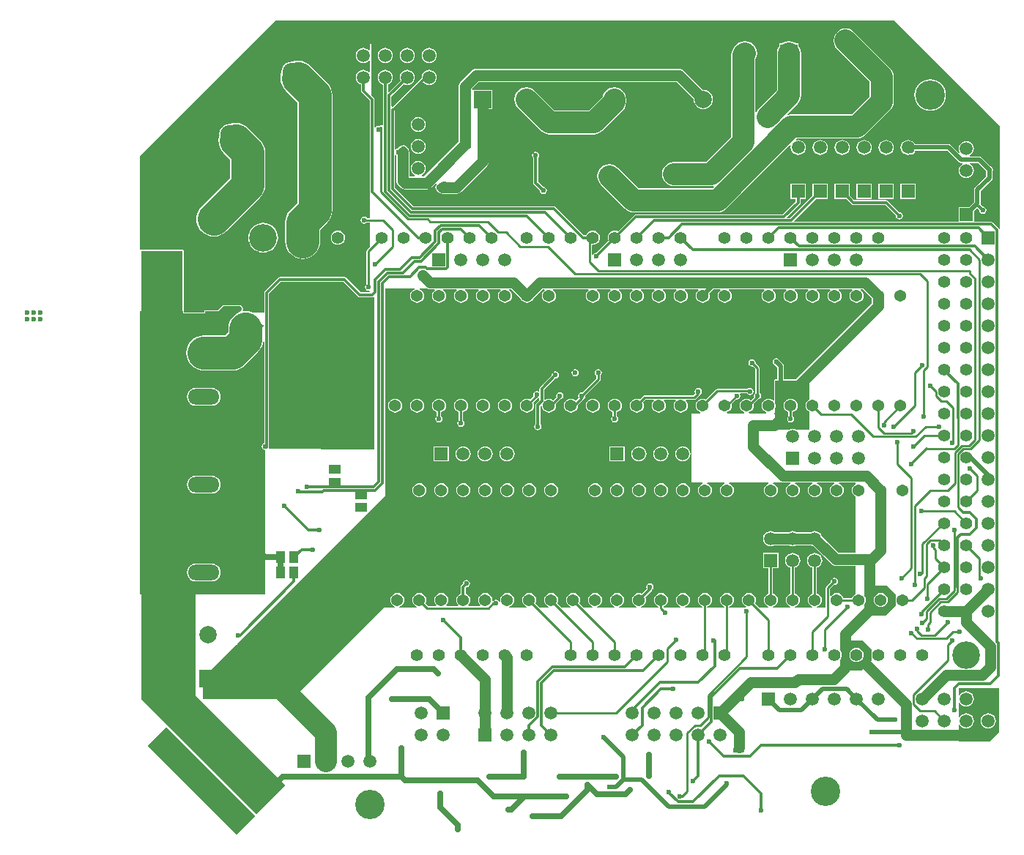
<source format=gbl>
%FSTAX23Y23*%
%MOMM*%
%SFA1B1*%

%IPPOS*%
%AMD66*
4,1,4,-4.069080,6.228080,-6.228080,4.069080,4.069080,-6.228080,6.228080,-4.069080,-4.069080,6.228080,0.0*
%
%AMD72*
4,1,4,1.480820,0.000000,0.000000,1.480820,-1.480820,0.000000,0.000000,-1.480820,1.480820,0.000000,0.0*
1,1,2.095500,-0.739140,0.739140*
1,1,2.095500,0.739140,-0.739140*
%
%AMD75*
4,1,4,-1.363980,-0.365760,0.365760,-1.363980,1.363980,0.365760,-0.365760,1.363980,-1.363980,-0.365760,0.0*
%
%AMD79*
4,1,4,0.000000,-1.059180,1.059180,0.000000,0.000000,1.059180,-1.059180,0.000000,0.000000,-1.059180,0.0*
%
%AMD82*
4,1,4,2.296160,8.686800,-8.686800,-2.296160,-2.296160,-8.686800,8.686800,2.296160,2.296160,8.686800,0.0*
%
%AMD84*
4,1,4,-4.998720,8.361680,-8.361680,4.998720,4.998720,-8.361680,8.361680,-4.998720,-4.998720,8.361680,0.0*
%
%AMD87*
4,1,4,0.398780,2.237740,-2.237740,-0.398780,-0.398780,-2.237740,2.237740,0.398780,0.398780,2.237740,0.0*
%
%ADD10R,1.100074X1.400048*%
%ADD14R,1.999996X1.999996*%
%ADD15R,1.999996X1.999996*%
%ADD17R,1.400048X1.100074*%
%ADD31C,0.304800*%
%ADD32C,0.508000*%
%ADD33C,0.635000*%
%ADD34C,0.254000*%
%ADD35C,3.810000*%
%ADD36C,1.270000*%
%ADD39C,2.540000*%
G04~CAMADD=66~9~0.0~0.0~1202.1~5735.1~0.0~0.0~0~0.0~0.0~0.0~0.0~0~0.0~0.0~0.0~0.0~0~0.0~0.0~0.0~45.0~4904.0~4903.0*
%ADD66D66*%
%ADD68C,3.400044*%
%ADD69C,1.999996*%
%ADD70R,1.500124X1.500124*%
%ADD71C,1.500124*%
G04~CAMADD=72~3~0.0~0.0~1650.0~825.0~0.0~0.0~0~0.0~0.0~0.0~0.0~0~0.0~0.0~0.0~0.0~0~0.0~0.0~0.0~315.0~1408.0~1408.0*
%ADD72D72*%
%ADD73R,1.500124X1.500124*%
%ADD74O,3.657600X1.828800*%
G04~CAMADD=75~10~0.0~787.4~0.0~0.0~0.0~0.0~0~0.0~0.0~0.0~0.0~0~0.0~0.0~0.0~0.0~0~0.0~0.0~0.0~150.0~787.4~0.0*
%ADD75D75*%
%ADD76C,3.200400*%
%ADD77C,1.422400*%
%ADD78C,1.371600*%
G04~CAMADD=79~10~0.0~590.6~0.0~0.0~0.0~0.0~0~0.0~0.0~0.0~0.0~0~0.0~0.0~0.0~0.0~0~0.0~0.0~0.0~225.0~590.6~0.0*
%ADD79D79*%
%ADD80C,0.599948*%
%ADD81R,4.826000X8.636000*%
G04~CAMADD=82~9~0.0~0.0~6116.5~3559.2~0.0~0.0~0~0.0~0.0~0.0~0.0~0~0.0~0.0~0.0~0.0~0~0.0~0.0~0.0~45.0~6840.0~6839.0*
%ADD82D82*%
%ADD83R,13.335000X2.794000*%
G04~CAMADD=84~9~0.0~0.0~1873.8~7439.5~0.0~0.0~0~0.0~0.0~0.0~0.0~0~0.0~0.0~0.0~0.0~0~0.0~0.0~0.0~45.0~6584.0~6583.0*
%ADD84D84*%
%ADD85R,6.350000X12.319000*%
%ADD86R,3.302000X3.429000*%
G04~CAMADD=87~9~0.0~0.0~1468.2~1025.3~0.0~0.0~0~0.0~0.0~0.0~0.0~0~0.0~0.0~0.0~0.0~0~0.0~0.0~0.0~45.0~1762.0~1761.0*
%ADD87D87*%
%LNramps_tmc-1*%
%LPD*%
G36*
X87629Y28535D02*
Y28191D01*
X87612Y28148*
X87585Y27939*
X87612Y27731*
X87629Y27688*
Y27348*
X86486Y26161*
X83946*
Y27453*
X84011Y27536*
X84091Y27731*
X84118Y27939*
X84091Y28148*
X84011Y28343*
X83946Y28426*
Y2959*
X86613*
X87629Y28535*
G37*
G36*
X33404Y63988D02*
X3351Y63944D01*
X33586Y63913*
X33781Y63887*
X34287*
X34328Y63766*
X34227Y63689*
X34098Y63522*
X34018Y63327*
X33991Y63118*
X34018Y6291*
X34098Y62715*
X34227Y62548*
X34394Y62419*
X34589Y62339*
X34797Y62312*
X35006Y62339*
X35049Y62356*
X35201Y62419*
X35368Y62548*
X35497Y62715*
X35577Y6291*
X35604Y63118*
X35577Y63327*
X35497Y63522*
X35368Y63689*
X35267Y63766*
X35308Y63887*
X36827*
X36868Y63766*
X36767Y63689*
X36638Y63522*
X36558Y63327*
X36531Y63118*
X36558Y6291*
X36638Y62715*
X36767Y62548*
X36934Y62419*
X37129Y62339*
X37337Y62312*
X37546Y62339*
X37589Y62356*
X37741Y62419*
X37908Y62548*
X38037Y62715*
X38117Y6291*
X38144Y63118*
X38117Y63327*
X38037Y63522*
X37908Y63689*
X37807Y63766*
X37848Y63887*
X39367*
X39408Y63766*
X39307Y63689*
X39178Y63522*
X39098Y63327*
X39071Y63118*
X39098Y6291*
X39178Y62715*
X39307Y62548*
X39474Y62419*
X39669Y62339*
X39877Y62312*
X40086Y62339*
X40129Y62356*
X40281Y62419*
X40448Y62548*
X40577Y62715*
X40657Y6291*
X40684Y63118*
X40657Y63327*
X40577Y63522*
X40448Y63689*
X40347Y63766*
X40388Y63887*
X41907*
X41948Y63766*
X41847Y63689*
X41719Y63522*
X41638Y63327*
X41611Y63118*
X41638Y6291*
X41719Y62715*
X41847Y62548*
X42014Y62419*
X42209Y62339*
X42417Y62312*
X42626Y62339*
X42669Y62356*
X42821Y62419*
X42988Y62548*
X43117Y62715*
X43197Y6291*
X43224Y63118*
X43197Y63327*
X43117Y63522*
X42988Y63689*
X42887Y63766*
X42928Y63887*
X43121*
X44235Y62772*
X44259Y62715*
X44387Y62548*
X44554Y62419*
X44749Y62339*
X44957Y62312*
X45166Y62339*
X45209Y62356*
X45361Y62419*
X45528Y62548*
X45657Y62715*
X4568Y62772*
X46794Y63887*
X46987*
X47028Y63766*
X46927Y63689*
X46798Y63522*
X46718Y63327*
X46691Y63118*
X46718Y6291*
X46798Y62715*
X46927Y62548*
X47094Y62419*
X47289Y62339*
X47497Y62312*
X47706Y62339*
X47749Y62356*
X47901Y62419*
X48068Y62548*
X48197Y62715*
X48277Y6291*
X48304Y63118*
X48277Y63327*
X48197Y63522*
X48068Y63689*
X47967Y63766*
X48008Y63887*
X52067*
X52108Y63766*
X52007Y63689*
X51878Y63522*
X51798Y63327*
X51771Y63118*
X51798Y6291*
X51878Y62715*
X52007Y62548*
X52174Y62419*
X52369Y62339*
X52577Y62312*
X52786Y62339*
X52829Y62356*
X52981Y62419*
X53148Y62548*
X53277Y62715*
X53357Y6291*
X53384Y63118*
X53357Y63327*
X53277Y63522*
X53148Y63689*
X53047Y63766*
X53088Y63887*
X54607*
X54648Y63766*
X54547Y63689*
X54418Y63522*
X54338Y63327*
X54311Y63118*
X54338Y6291*
X54418Y62715*
X54547Y62548*
X54714Y62419*
X54909Y62339*
X55117Y62312*
X55326Y62339*
X55369Y62356*
X55521Y62419*
X55688Y62548*
X55817Y62715*
X55897Y6291*
X55924Y63118*
X55897Y63327*
X55817Y63522*
X55688Y63689*
X55587Y63766*
X55628Y63887*
X57147*
X57188Y63766*
X57087Y63689*
X56959Y63522*
X56878Y63327*
X56851Y63118*
X56878Y6291*
X56959Y62715*
X57087Y62548*
X57254Y62419*
X57449Y62339*
X57657Y62312*
X57866Y62339*
X57909Y62356*
X58061Y62419*
X58228Y62548*
X58357Y62715*
X58437Y6291*
X58464Y63118*
X58437Y63327*
X58357Y63522*
X58228Y63689*
X58127Y63766*
X58168Y63887*
X59687*
X59728Y63766*
X59627Y63689*
X59498Y63522*
X59418Y63327*
X59391Y63118*
X59418Y6291*
X59498Y62715*
X59627Y62548*
X59794Y62419*
X59989Y62339*
X60197Y62312*
X60406Y62339*
X60449Y62356*
X60601Y62419*
X60768Y62548*
X60897Y62715*
X60977Y6291*
X61004Y63118*
X60977Y63327*
X60897Y63522*
X60768Y63689*
X60667Y63766*
X60708Y63887*
X62227*
X62268Y63766*
X62167Y63689*
X62039Y63522*
X61958Y63327*
X61931Y63118*
X61958Y6291*
X62039Y62715*
X62167Y62548*
X62334Y62419*
X62529Y62339*
X62737Y62312*
X62946Y62339*
X62989Y62356*
X63141Y62419*
X63308Y62548*
X63437Y62715*
X63517Y6291*
X63544Y63118*
X63517Y63327*
X63437Y63522*
X63308Y63689*
X63207Y63766*
X63248Y63887*
X64767*
X64808Y63766*
X64707Y63689*
X64578Y63522*
X64498Y63327*
X64471Y63118*
X64498Y6291*
X64578Y62715*
X64707Y62548*
X64874Y62419*
X65069Y62339*
X65277Y62312*
X65486Y62339*
X65681Y62419*
X65848Y62548*
X65977Y62715*
X66057Y6291*
X66084Y63118*
X66057Y63327*
X66045Y63355*
X66577Y63887*
X67307*
X67348Y63766*
X67247Y63689*
X67118Y63522*
X67038Y63327*
X67011Y63118*
X67038Y6291*
X67118Y62715*
X67247Y62548*
X67414Y62419*
X67609Y62339*
X67817Y62312*
X68026Y62339*
X68221Y62419*
X68388Y62548*
X68517Y62715*
X68597Y6291*
X68624Y63118*
X68597Y63327*
X68517Y63522*
X68388Y63689*
X68287Y63766*
X68328Y63887*
X72387*
X72428Y63766*
X72327Y63689*
X72198Y63522*
X72118Y63327*
X72091Y63118*
X72118Y6291*
X72198Y62715*
X72327Y62548*
X72494Y62419*
X72689Y62339*
X72897Y62312*
X73106Y62339*
X73301Y62419*
X73468Y62548*
X73597Y62715*
X73677Y6291*
X73704Y63118*
X73677Y63327*
X73597Y63522*
X73468Y63689*
X73367Y63766*
X73408Y63887*
X74927*
X74968Y63766*
X74867Y63689*
X74739Y63522*
X74658Y63327*
X74631Y63118*
X74658Y6291*
X74739Y62715*
X74867Y62548*
X75034Y62419*
X75229Y62339*
X75437Y62312*
X75646Y62339*
X75841Y62419*
X76008Y62548*
X76137Y62715*
X76217Y6291*
X76244Y63118*
X76217Y63327*
X76137Y63522*
X76008Y63689*
X75907Y63766*
X75948Y63887*
X77467*
X77508Y63766*
X77407Y63689*
X77278Y63522*
X77198Y63327*
X77171Y63118*
X77198Y6291*
X77278Y62715*
X77407Y62548*
X77574Y62419*
X77769Y62339*
X77977Y62312*
X78186Y62339*
X78381Y62419*
X78548Y62548*
X78677Y62715*
X78757Y6291*
X78784Y63118*
X78757Y63327*
X78677Y63522*
X78548Y63689*
X78447Y63766*
X78488Y63887*
X80007*
X80048Y63766*
X79947Y63689*
X79818Y63522*
X79738Y63327*
X79711Y63118*
X79738Y6291*
X79818Y62715*
X79947Y62548*
X80114Y62419*
X80309Y62339*
X80517Y62312*
X80726Y62339*
X80921Y62419*
X81088Y62548*
X81217Y62715*
X81297Y6291*
X81324Y63118*
X81297Y63327*
X81217Y63522*
X81088Y63689*
X80987Y63766*
X81028Y63887*
X82547*
X82588Y63766*
X82487Y63689*
X82359Y63522*
X82278Y63327*
X82251Y63118*
X82278Y6291*
X82359Y62715*
X82487Y62548*
X82654Y62419*
X82849Y62339*
X83057Y62312*
X83266Y62339*
X83461Y62419*
X83628Y62548*
X83757Y62715*
X83837Y6291*
X83864Y63118*
X83837Y63327*
X83757Y63522*
X83628Y63689*
X83527Y63766*
X83568Y63887*
X83761*
X84842Y62806*
Y62289*
X76016Y53463*
X7467*
Y5499*
X74641Y55134*
X7456Y55256*
X74182Y55634*
X74177Y5566*
X74085Y55797*
X73948Y55889*
X73786Y55921*
X73625Y55889*
X73488Y55797*
X73396Y5566*
X73364Y55498*
X73396Y55337*
X73488Y552*
X73625Y55108*
X73651Y55103*
X73919Y54835*
Y53463*
X73659*
X73572Y53427*
X73536Y53339*
Y51081*
X73422Y51025*
X73301Y51118*
X73106Y51198*
X72897Y51225*
X72689Y51198*
X72494Y51118*
X72327Y50989*
X72198Y50822*
X72118Y50627*
X72091Y50418*
X72118Y5021*
X72198Y50015*
X72327Y49848*
X72494Y49719*
X72652Y49654*
X72627Y49529*
X70628*
X70603Y49654*
X70761Y49719*
X70928Y49848*
X71057Y50015*
X71137Y5021*
X71164Y50418*
X71141Y506*
X71693Y51152*
X71789Y51171*
X71926Y51263*
X72018Y514*
X7205Y51561*
X72018Y51723*
X71926Y5186*
X71874Y51895*
Y54736*
X71855Y54831*
X71801Y5491*
X71403Y55309*
X71415Y55371*
X71383Y55533*
X71291Y5567*
X71154Y55762*
X70992Y55794*
X70831Y55762*
X70694Y5567*
X70602Y55533*
X7057Y55371*
X70602Y5521*
X70694Y55073*
X70831Y54981*
X70992Y54949*
X71055Y54962*
X71381Y54635*
Y51895*
X71329Y5186*
X71237Y51723*
X71205Y51561*
X71237Y514*
X7124Y51395*
X70875Y5103*
X70761Y51118*
X70566Y51198*
X70357Y51225*
X70149Y51198*
X69954Y51118*
X69787Y50989*
X69659Y50822*
X69578Y50627*
X69551Y50418*
X69578Y5021*
X69659Y50015*
X69787Y49848*
X69954Y49719*
X70112Y49654*
X70087Y49529*
X68088*
X68063Y49654*
X68221Y49719*
X68388Y49848*
X68517Y50015*
X68597Y5021*
X68624Y50418*
X68601Y506*
X69152Y51152*
X69214Y51139*
X69376Y51171*
X69513Y51263*
X69605Y514*
X69637Y51561*
X69605Y51723*
X6959Y51745*
X6965Y51857*
X70382*
X7044Y51771*
X70577Y51679*
X70738Y51647*
X709Y51679*
X71037Y51771*
X71129Y51908*
X71161Y52069*
X71129Y52231*
X71037Y52368*
X709Y5246*
X70738Y52492*
X70577Y5246*
X7044Y52368*
X70427Y52349*
X66962*
X66868Y5233*
X66788Y52277*
X65644Y51133*
X65486Y51198*
X65277Y51225*
X65069Y51198*
X64874Y51118*
X64707Y50989*
X64578Y50822*
X64498Y50627*
X64471Y50418*
X64498Y5021*
X64578Y50015*
X64707Y49848*
X64874Y49719*
X65032Y49654*
X65007Y49529*
X64007*
Y41528*
X65261*
X65286Y41404*
X65128Y41338*
X64961Y4121*
X64832Y41043*
X64752Y40848*
X64725Y40639*
X64752Y40431*
X64832Y40236*
X64961Y40069*
X65128Y3994*
X65323Y3986*
X65531Y39833*
X6574Y3986*
X65935Y3994*
X66102Y40069*
X66231Y40236*
X66311Y40431*
X66338Y40639*
X66311Y40848*
X66231Y41043*
X66102Y4121*
X65935Y41338*
X65777Y41404*
X65802Y41528*
X67801*
X67826Y41404*
X67668Y41338*
X67501Y4121*
X67372Y41043*
X67292Y40848*
X67265Y40639*
X67292Y40431*
X67372Y40236*
X67501Y40069*
X67668Y3994*
X67863Y3986*
X68071Y39833*
X6828Y3986*
X68475Y3994*
X68642Y40069*
X68771Y40236*
X68851Y40431*
X68878Y40639*
X68851Y40848*
X68771Y41043*
X68642Y4121*
X68475Y41338*
X68317Y41404*
X68342Y41528*
X72881*
X72906Y41404*
X72748Y41338*
X72581Y4121*
X72452Y41043*
X72372Y40848*
X72345Y40639*
X72372Y40431*
X72452Y40236*
X72581Y40069*
X72748Y3994*
X72943Y3986*
X73151Y39833*
X7336Y3986*
X73555Y3994*
X73722Y40069*
X73851Y40236*
X73931Y40431*
X73958Y40639*
X73931Y40848*
X73851Y41043*
X73722Y4121*
X73555Y41338*
X73397Y41404*
X73422Y41528*
X75421*
X75446Y41404*
X75288Y41338*
X75121Y4121*
X74993Y41043*
X74912Y40848*
X74885Y40639*
X74912Y40431*
X74993Y40236*
X75121Y40069*
X75288Y3994*
X75483Y3986*
X75691Y39833*
X759Y3986*
X76095Y3994*
X76262Y40069*
X76391Y40236*
X76471Y40431*
X76498Y40639*
X76471Y40848*
X76391Y41043*
X76262Y4121*
X76095Y41338*
X75937Y41404*
X75962Y41528*
X77961*
X77986Y41404*
X77828Y41338*
X77661Y4121*
X77532Y41043*
X77452Y40848*
X77425Y40639*
X77452Y40431*
X77532Y40236*
X77661Y40069*
X77828Y3994*
X78023Y3986*
X78231Y39833*
X7844Y3986*
X78635Y3994*
X78802Y40069*
X78931Y40236*
X79011Y40431*
X79038Y40639*
X79011Y40848*
X78931Y41043*
X78802Y4121*
X78635Y41338*
X78477Y41404*
X78502Y41528*
X80501*
X80526Y41404*
X80368Y41338*
X80201Y4121*
X80072Y41043*
X79992Y40848*
X79965Y40639*
X79992Y40431*
X80072Y40236*
X80201Y40069*
X80368Y3994*
X80563Y3986*
X80771Y39833*
X8098Y3986*
X81175Y3994*
X81342Y40069*
X81471Y40236*
X81551Y40431*
X81578Y40639*
X81551Y40848*
X81471Y41043*
X81342Y4121*
X81175Y41338*
X81017Y41404*
X81042Y41528*
X8293*
Y41348*
X82908Y41338*
X82741Y4121*
X82613Y41043*
X82532Y40848*
X82505Y40639*
X82532Y40431*
X82613Y40236*
X82741Y40069*
X82908Y3994*
X8293Y39931*
Y33394*
X80958*
X79073Y35279*
X78986Y35487*
X78848Y35668*
X78667Y35806*
X78457Y35894*
X78231Y35923*
X78006Y35894*
X77798Y35807*
X76126*
X75917Y35894*
X75691Y35923*
X75466Y35894*
X75258Y35807*
X73585*
X73377Y35894*
X73151Y35923*
X72926Y35894*
X72716Y35806*
X72535Y35668*
X72397Y35487*
X72309Y35277*
X7228Y35051*
X72309Y34826*
X72397Y34616*
X72535Y34435*
X72716Y34297*
X72926Y34209*
X73151Y3418*
X73377Y34209*
X73585Y34296*
X75258*
X75466Y34209*
X75691Y3418*
X75917Y34209*
X76126Y34296*
X77798*
X78004Y3421*
X8011Y32104*
X80267Y31984*
X80373Y3194*
X80449Y31909*
X80644Y31883*
X8293*
Y28648*
X82908Y28638*
X82741Y2851*
X82613Y28343*
X82547Y28186*
X81536*
X81471Y28343*
X81342Y2851*
X81175Y28638*
X8098Y28719*
X80771Y28746*
X80563Y28719*
X80368Y28638*
X80201Y2851*
X80122Y28407*
X80002Y28448*
Y29235*
X80456Y29689*
X80517Y29676*
X80679Y29708*
X80816Y298*
X80908Y29937*
X8094Y30098*
X80908Y3026*
X80816Y30397*
X80679Y30489*
X80517Y30521*
X80356Y30489*
X80219Y30397*
X80127Y3026*
X80095Y30098*
X80108Y30036*
X79582Y2951*
X79528Y29431*
X79509Y29336*
Y2705*
X78502*
X78477Y27175*
X78635Y2724*
X78802Y27369*
X78931Y27536*
X79011Y27731*
X79038Y27939*
X79011Y28148*
X78931Y28343*
X78802Y2851*
X78635Y28638*
X78478Y28704*
Y31678*
X78667Y31757*
X78848Y31895*
X78986Y32076*
X79074Y32286*
X79103Y32511*
X79074Y32737*
X78986Y32947*
X78848Y33128*
X78667Y33266*
X78457Y33354*
X78231Y33383*
X78006Y33354*
X77796Y33266*
X77615Y33128*
X77477Y32947*
X77389Y32737*
X7736Y32511*
X77389Y32286*
X77477Y32076*
X77615Y31895*
X77796Y31757*
X77985Y31678*
Y28704*
X77828Y28638*
X77661Y2851*
X77532Y28343*
X77452Y28148*
X77425Y27939*
X77452Y27731*
X77532Y27536*
X77661Y27369*
X77828Y2724*
X77986Y27175*
X77961Y2705*
X75962*
X75937Y27175*
X76095Y2724*
X76262Y27369*
X76391Y27536*
X76471Y27731*
X76498Y27939*
X76471Y28148*
X76391Y28343*
X76262Y2851*
X76095Y28638*
X75938Y28704*
Y31678*
X76127Y31757*
X76308Y31895*
X76446Y32076*
X76534Y32286*
X76563Y32511*
X76534Y32737*
X76446Y32947*
X76308Y33128*
X76127Y33266*
X75917Y33354*
X75691Y33383*
X75466Y33354*
X75256Y33266*
X75075Y33128*
X74937Y32947*
X74849Y32737*
X7482Y32511*
X74849Y32286*
X74937Y32076*
X75075Y31895*
X75256Y31757*
X75445Y31678*
Y28704*
X75288Y28638*
X75121Y2851*
X74993Y28343*
X74912Y28148*
X74885Y27939*
X74912Y27731*
X74993Y27536*
X75121Y27369*
X75288Y2724*
X75446Y27175*
X75421Y2705*
X73422*
X73397Y27175*
X73555Y2724*
X73722Y27369*
X73851Y27536*
X73931Y27731*
X73958Y27939*
X73931Y28148*
X73851Y28343*
X73722Y2851*
X73555Y28638*
X73398Y28704*
Y31647*
X74016*
Y33376*
X72287*
Y31647*
X72905*
Y28704*
X72748Y28638*
X72581Y2851*
X72452Y28343*
X72372Y28148*
X72345Y27939*
X72372Y27731*
X72452Y27536*
X72581Y27369*
X72748Y2724*
X72906Y27175*
X72881Y2705*
X71848*
X71326Y27573*
X71391Y27731*
X71418Y27939*
X71391Y28148*
X71311Y28343*
X71182Y2851*
X71015Y28638*
X7082Y28719*
X70611Y28746*
X70403Y28719*
X70208Y28638*
X70041Y2851*
X69913Y28343*
X69832Y28148*
X69805Y27939*
X69832Y27731*
X69913Y27536*
X70041Y27369*
X70208Y2724*
X70297Y27204*
X70284Y27077*
X70196Y2706*
X70182Y2705*
X68318*
Y27175*
X68475Y2724*
X68642Y27369*
X68771Y27536*
X68851Y27731*
X68878Y27939*
X68851Y28148*
X68771Y28343*
X68642Y2851*
X68475Y28638*
X6828Y28719*
X68071Y28746*
X67863Y28719*
X67668Y28638*
X67501Y2851*
X67372Y28343*
X67292Y28148*
X67265Y27939*
X67292Y27731*
X67372Y27536*
X67501Y27369*
X67668Y2724*
X67825Y27175*
Y2705*
X65778*
Y27175*
X65935Y2724*
X66102Y27369*
X66231Y27536*
X66311Y27731*
X66338Y27939*
X66311Y28148*
X66231Y28343*
X66102Y2851*
X65935Y28638*
X6574Y28719*
X65531Y28746*
X65323Y28719*
X65128Y28638*
X64961Y2851*
X64832Y28343*
X64752Y28148*
X64725Y27939*
X64752Y27731*
X64832Y27536*
X64961Y27369*
X65128Y2724*
X65285Y27175*
Y2705*
X63262*
X63237Y27175*
X63395Y2724*
X63562Y27369*
X63691Y27536*
X63771Y27731*
X63798Y27939*
X63771Y28148*
X63691Y28343*
X63562Y2851*
X63395Y28638*
X632Y28719*
X62991Y28746*
X62783Y28719*
X62588Y28638*
X62421Y2851*
X62293Y28343*
X62212Y28148*
X62185Y27939*
X62212Y27731*
X62293Y27536*
X62421Y27369*
X62588Y2724*
X62746Y27175*
X62721Y2705*
X60815*
X60735Y27149*
X60744Y27195*
X60855Y2724*
X61022Y27369*
X61151Y27536*
X61231Y27731*
X61258Y27939*
X61231Y28148*
X61151Y28343*
X61022Y2851*
X60855Y28638*
X6066Y28719*
X60451Y28746*
X60243Y28719*
X60048Y28638*
X59881Y2851*
X59752Y28343*
X59672Y28148*
X59645Y27939*
X59672Y27731*
X59752Y27536*
X59881Y27369*
X60048Y2724*
X60205Y27175*
Y2705*
X58182*
X58157Y27175*
X58315Y2724*
X58482Y27369*
X58611Y27536*
X58691Y27731*
X58718Y27939*
X58691Y28148*
X58636Y2828*
X59374Y29017*
X59433Y29105*
X59439Y29137*
X5948Y29165*
X59572Y29302*
X59604Y29463*
X59572Y29625*
X5948Y29762*
X59343Y29854*
X59181Y29886*
X5902Y29854*
X58883Y29762*
X58791Y29625*
X58759Y29463*
X58791Y29302*
X5883Y29243*
X58252Y28664*
X5812Y28719*
X57911Y28746*
X57703Y28719*
X57508Y28638*
X57341Y2851*
X57213Y28343*
X57132Y28148*
X57105Y27939*
X57132Y27731*
X57213Y27536*
X57341Y27369*
X57508Y2724*
X57666Y27175*
X57641Y2705*
X55642*
X55617Y27175*
X55775Y2724*
X55942Y27369*
X56071Y27536*
X56151Y27731*
X56178Y27939*
X56151Y28148*
X56071Y28343*
X55942Y2851*
X55775Y28638*
X5558Y28719*
X55371Y28746*
X55163Y28719*
X54968Y28638*
X54801Y2851*
X54672Y28343*
X54592Y28148*
X54565Y27939*
X54592Y27731*
X54672Y27536*
X54801Y27369*
X54968Y2724*
X55126Y27175*
X55101Y2705*
X53102*
X53077Y27175*
X53235Y2724*
X53402Y27369*
X53531Y27536*
X53611Y27731*
X53638Y27939*
X53611Y28148*
X53531Y28343*
X53402Y2851*
X53235Y28638*
X5304Y28719*
X52831Y28746*
X52623Y28719*
X52428Y28638*
X52261Y2851*
X52132Y28343*
X52052Y28148*
X52025Y27939*
X52052Y27731*
X52132Y27536*
X52261Y27369*
X52428Y2724*
X52586Y27175*
X52561Y2705*
X51528*
X51006Y27573*
X51071Y27731*
X51098Y27939*
X51071Y28148*
X50991Y28343*
X50862Y2851*
X50695Y28638*
X505Y28719*
X50291Y28746*
X50083Y28719*
X49888Y28638*
X49721Y2851*
X49592Y28343*
X49512Y28148*
X49485Y27939*
X49512Y27731*
X49592Y27536*
X49721Y27369*
X49888Y2724*
X50046Y27175*
X50021Y2705*
X48988*
X48466Y27573*
X48531Y27731*
X48558Y27939*
X48531Y28148*
X48451Y28343*
X48322Y2851*
X48155Y28638*
X4796Y28719*
X47751Y28746*
X47543Y28719*
X47348Y28638*
X47181Y2851*
X47052Y28343*
X46972Y28148*
X46945Y27939*
X46972Y27731*
X47052Y27536*
X47181Y27369*
X47348Y2724*
X47506Y27175*
X47481Y2705*
X46448*
X45926Y27573*
X45991Y27731*
X46018Y27939*
X45991Y28148*
X45911Y28343*
X45782Y2851*
X45615Y28638*
X4542Y28719*
X45211Y28746*
X45003Y28719*
X44808Y28638*
X44641Y2851*
X44513Y28343*
X44432Y28148*
X44405Y27939*
X44432Y27731*
X44513Y27536*
X44641Y27369*
X44808Y2724*
X44966Y27175*
X44941Y2705*
X42942*
X42917Y27175*
X43075Y2724*
X43242Y27369*
X43371Y27536*
X43451Y27731*
X43478Y27939*
X43451Y28148*
X43371Y28343*
X43242Y2851*
X43075Y28638*
X4288Y28719*
X42671Y28746*
X42463Y28719*
X42268Y28638*
X42101Y2851*
X41973Y28343*
X41892Y28148*
X41865Y27939*
X41882Y27808*
X41763Y27763*
X417Y27857*
X41563Y27949*
X41401Y27981*
X4124Y27949*
X41103Y27857*
X41102Y27856*
X40976Y27842*
X40931Y27884*
X40938Y27939*
X40911Y28148*
X40831Y28343*
X40702Y2851*
X40535Y28638*
X4034Y28719*
X40131Y28746*
X39923Y28719*
X39728Y28638*
X39561Y2851*
X39432Y28343*
X39352Y28148*
X39325Y27939*
X39352Y27731*
X39432Y27536*
X39558Y27372*
X39502Y27259*
X38221*
X38165Y27372*
X38291Y27536*
X38371Y27731*
X38398Y27939*
X38371Y28148*
X38291Y28343*
X38162Y2851*
X37995Y28638*
X37864Y28693*
Y29344*
X37962Y29424*
X37972Y29422*
X38134Y29454*
X38271Y29546*
X38363Y29683*
X38395Y29844*
X38363Y30006*
X38271Y30143*
X38134Y30235*
X37972Y30267*
X37811Y30235*
X37674Y30143*
X37582Y30006*
X3755Y29844*
X37556Y29813*
X37399Y29656*
X3734Y29568*
X3732Y29463*
Y28693*
X37188Y28638*
X37021Y2851*
X36892Y28343*
X36812Y28148*
X36785Y27939*
X36812Y27731*
X36892Y27536*
X37018Y27372*
X36962Y27259*
X35681*
X35625Y27372*
X35751Y27536*
X35831Y27731*
X35858Y27939*
X35831Y28148*
X35751Y28343*
X35622Y2851*
X35455Y28638*
X3526Y28719*
X35051Y28746*
X34843Y28719*
X34648Y28638*
X34481Y2851*
X34352Y28343*
X34272Y28148*
X34245Y27939*
X34272Y27731*
X34352Y27536*
X34478Y27372*
X34422Y27259*
X3354*
X33226Y27573*
X33291Y27731*
X33318Y27939*
X33291Y28148*
X33211Y28343*
X33082Y2851*
X32915Y28638*
X3272Y28719*
X32511Y28746*
X32303Y28719*
X32108Y28638*
X31941Y2851*
X31813Y28343*
X31732Y28148*
X31705Y27939*
X31732Y27731*
X31813Y27536*
X31941Y27369*
X32108Y2724*
X32266Y27175*
X32241Y2705*
X30242*
X30217Y27175*
X30375Y2724*
X30542Y27369*
X30671Y27536*
X30751Y27731*
X30778Y27939*
X30751Y28148*
X30671Y28343*
X30542Y2851*
X30375Y28638*
X3018Y28719*
X29971Y28746*
X29763Y28719*
X29568Y28638*
X29401Y2851*
X29273Y28343*
X29192Y28148*
X29165Y27939*
X29192Y27731*
X29273Y27536*
X29401Y27369*
X29568Y2724*
X29726Y27175*
X29701Y2705*
X27812*
X22415Y33845*
X26525Y37955*
X26595*
Y38025*
X28574Y40004*
Y49529*
Y64007*
X31987*
X32012Y63883*
X31854Y63818*
X31687Y63689*
X31559Y63522*
X31478Y63327*
X31451Y63118*
X31478Y6291*
X31559Y62715*
X31687Y62548*
X31854Y62419*
X32049Y62339*
X32257Y62312*
X32466Y62339*
X32509Y62356*
X32661Y62419*
X32828Y62548*
X32957Y62715*
X33037Y6291*
X33064Y63118*
X33037Y63327*
X32957Y63522*
X32828Y63689*
X32661Y63818*
X32503Y63883*
X32528Y64007*
X33378*
X33404Y63988*
G37*
G36*
X77596Y51127D02*
X77574Y51118D01*
X77407Y50989*
X77278Y50822*
X77198Y50627*
X77171Y50418*
X77198Y5021*
X77278Y50015*
X77407Y49848*
X77574Y49719*
X77596Y4971*
Y47624*
X7611*
X75917Y47705*
X75691Y47734*
X75466Y47705*
X75273Y47624*
X73659*
Y50167*
X73677Y5021*
X73704Y50418*
X73677Y50627*
X73659Y5067*
Y53339*
X77596*
Y51127*
G37*
G36*
X11667Y61267D02*
X11679Y61217D01*
X11331Y61031*
X11023Y60779*
X10771Y60471*
X10584Y6012*
X10468Y5974*
X10429Y59344*
Y58892*
X10081Y58543*
X07619*
X07224Y58505*
X06843Y58389*
X06492Y58202*
X06185Y57949*
X05932Y57642*
X05745Y57291*
X05629Y5691*
X05591Y56514*
X05629Y56119*
X05745Y55738*
X05932Y55387*
X06185Y5508*
X06492Y54827*
X06843Y5464*
X07224Y54524*
X07619Y54485*
X10921*
X11317Y54524*
X11609Y54613*
X11698Y5464*
X12049Y54827*
X12356Y5508*
X13893Y56616*
X14145Y56924*
X14333Y57275*
X14448Y57655*
X1446Y57772*
X14586Y57765*
Y46113*
X1457Y4611*
X14433Y46018*
X14341Y45881*
X14309Y45719*
X14341Y45558*
X14433Y45421*
X1457Y45329*
X14731Y45297*
Y28574*
X00246*
Y6134*
X05206*
Y61213*
X05243Y61126*
X0533Y6109*
X07648*
X07736Y61126*
X07772Y61213*
Y61332*
X09254*
X09275Y6134*
X11645*
X11667Y61267*
G37*
G36*
X25461Y63053D02*
D01*
X25549Y62994*
X25653Y62973*
X2705*
X27155Y62994*
X27192Y6302*
X27304Y6296*
Y45429*
X27214Y45339*
X15199Y45435*
X15119Y45534*
X15131Y45592*
Y45601*
X15154Y45719*
X15131Y45838*
Y61213*
Y63387*
X16495Y64751*
X23763*
X25461Y63053*
G37*
G36*
X94695Y8771D02*
X99653Y82751D01*
Y70901*
X99532Y70864*
X99507Y70902*
X98805Y71604*
X98717Y71663*
X98613Y71684*
X96622*
Y7285*
X97037Y73265*
X97246Y73056*
X9724Y73024*
X97272Y72863*
X97364Y72726*
X97501Y72634*
X97662Y72602*
X97824Y72634*
X97961Y72726*
X98053Y72863*
X98085Y73024*
X98053Y73186*
X97961Y73323*
X97824Y73415*
X97662Y73447*
X97631Y73441*
X97383Y73688*
X97403Y73786*
Y75212*
X9869Y76499*
X98771Y76621*
X98776Y76645*
X988Y76765*
Y7754*
X98815Y77562*
X98847Y77723*
X98815Y77885*
X98723Y78022*
X98586Y78114*
X9856Y78119*
X97547Y79132*
X97425Y79213*
X97281Y79242*
X96182*
X96157Y79367*
X96193Y79382*
X96374Y7952*
X96512Y79701*
X966Y79911*
X96629Y80136*
X966Y80362*
X96512Y80572*
X96374Y80753*
X96193Y80891*
X95983Y80979*
X95757Y81008*
X95532Y80979*
X95322Y80891*
X95141Y80753*
X95003Y80572*
X94915Y80362*
X94886Y80136*
X94915Y79911*
X95003Y79701*
X95015Y79684*
X9492Y796*
X93977Y80543*
X93855Y80624*
X93712Y80653*
X89795*
X8977Y80713*
X89631Y80894*
X89451Y81032*
X8924Y81119*
X89015Y81149*
X88789Y81119*
X88579Y81032*
X88398Y80894*
X8826Y80713*
X88173Y80503*
X88143Y80277*
X88173Y80052*
X8826Y79841*
X88398Y79661*
X88579Y79522*
X88789Y79435*
X89015Y79405*
X8924Y79435*
X8938Y79493*
X89434Y79482*
X89578Y79511*
X897Y79592*
X89781Y79714*
X8981Y79858*
X89846Y79902*
X93556*
X94857Y78601*
X94979Y7852*
X95122Y78491*
X95333*
X95358Y78366*
X95322Y78351*
X95141Y78213*
X95003Y78032*
X94915Y77822*
X94886Y77596*
X94915Y77371*
X95003Y77161*
X95141Y7698*
X95322Y76842*
X95532Y76754*
X95757Y76725*
X95983Y76754*
X96193Y76842*
X96374Y7698*
X96512Y77161*
X966Y77371*
X96629Y77596*
X966Y77822*
X96512Y78032*
X96374Y78213*
X96193Y78351*
X96157Y78366*
X96182Y78491*
X97126*
X98029Y77588*
X98034Y77562*
X98049Y7754*
Y76921*
X96762Y75634*
X96681Y75512*
X96652Y75368*
Y73942*
X96091Y73381*
X94893*
Y71684*
X75891*
X75843Y71801*
X78375Y74333*
X79719*
Y76062*
X7799*
Y74718*
X75376Y72103*
X75066*
X75017Y7222*
X76507Y7371*
X76566Y73798*
X76587Y73902*
Y74333*
X77179*
Y76062*
X7545*
Y74333*
X76043*
Y74015*
X74563Y72535*
X5753*
X57426Y72514*
X57338Y72455*
X55477Y70594*
X55333Y70654*
X55117Y70682*
X54902Y70654*
X54701Y70571*
X54529Y70438*
X54396Y70266*
X54313Y70065*
X54285Y69849*
X54313Y69634*
X54373Y6949*
X5299Y68107*
X52958Y68113*
X52797Y68081*
X5266Y67989*
X52568Y67852*
X52443Y67877*
Y68938*
X52538Y69022*
X52577Y69017*
X52793Y69045*
X52994Y69128*
X53166Y69261*
X53299Y69433*
X53382Y69634*
X5341Y69849*
X53382Y70065*
X53299Y70266*
X53166Y70438*
X52994Y70571*
X52793Y70654*
X52577Y70682*
X52362Y70654*
X52161Y70571*
X51989Y70438*
X51856Y70266*
X51797Y70122*
X51533*
X48235Y7342*
X48146Y73479*
X48042Y735*
X31828*
X29697Y75631*
Y79388*
X29714Y794*
X29742Y79414*
X29851Y79349*
Y76453*
X29877Y76258*
X29952Y76076*
X30072Y75919*
X30326Y75665*
X30483Y75545*
X30665Y7547*
X3086Y75444*
X334*
X33596Y7547*
X33778Y75545*
X33935Y75665*
X34447Y76177*
X34542Y76093*
X34524Y76069*
X34479Y7596*
X34407Y75853*
X34375Y75691*
X34407Y7553*
X34479Y75423*
X34524Y75314*
X34644Y75157*
X34801Y75037*
X34983Y74962*
X35178Y74936*
X35248*
X35271Y7492*
X35432Y74888*
X35594Y7492*
X35617Y74936*
X36829*
X37025Y74962*
X37207Y75037*
X37364Y75157*
X40345Y78138*
X40465Y78294*
X4054Y78477*
X40566Y78672*
Y84727*
X40925*
Y86956*
X38696*
X38691*
X38639Y87008*
X38612Y87073*
X39429Y8789*
X6222*
X6422Y8589*
X64213Y85842*
X64252Y85551*
X64364Y85279*
X64543Y85047*
X64776Y84868*
X65047Y84756*
X65337Y84718*
X65629Y84756*
X659Y84868*
X66132Y85047*
X66311Y85279*
X66423Y85551*
X66461Y85842*
X66423Y86132*
X66311Y86403*
X66132Y86636*
X659Y86815*
X65629Y86927*
X65337Y86966*
X65289Y86959*
X63068Y8918*
X62911Y893*
X62729Y89375*
X62534Y89401*
X39115*
X3892Y89375*
X38844Y89344*
X38738Y893*
X38581Y8918*
X37311Y8791*
X37191Y87753*
X37116Y87571*
X3709Y87375*
Y80958*
X33088Y76955*
X32807*
X32783Y7708*
X3282Y77096*
X33001Y77234*
X33139Y77415*
X33227Y77625*
X33256Y7785*
X33227Y78076*
X33139Y78286*
X33001Y78467*
X3282Y78605*
X3261Y78693*
X32384Y78722*
X32159Y78693*
X31949Y78605*
X31768Y78467*
X3163Y78286*
X31542Y78076*
X31513Y7785*
X31542Y77625*
X3163Y77415*
X31768Y77234*
X31949Y77096*
X31986Y7708*
X31962Y76955*
X31362*
Y79755*
X31336Y79951*
X31261Y80133*
X31141Y8029*
X31117Y80308*
X31032Y80435*
X30895Y80527*
X30733Y80559*
X30572Y80527*
X30534Y80502*
X30411Y80485*
X30229Y8041*
X30072Y8029*
X29966Y80151*
X29937Y80146*
X29809Y80061*
X29714Y80111*
X29697Y80123*
Y84594*
X329Y87798*
X33027Y87789*
X33038Y87775*
X33219Y87637*
X33429Y87549*
X33654Y8752*
X3388Y87549*
X3409Y87637*
X34271Y87775*
X34409Y87956*
X34497Y88166*
X34526Y88391*
X34497Y88617*
X34409Y88827*
X34271Y89008*
X3409Y89146*
X3388Y89234*
X33654Y89263*
X33429Y89234*
X33219Y89146*
X33038Y89008*
X329Y88827*
X32812Y88617*
X32783Y88391*
X32785Y88378*
X29421Y85014*
X29304Y85063*
Y86196*
X30725Y87617*
X30889Y87549*
X31114Y8752*
X3134Y87549*
X3155Y87637*
X31731Y87775*
X31869Y87956*
X31957Y88166*
X31986Y88391*
X31957Y88617*
X31869Y88827*
X31731Y89008*
X3155Y89146*
X3134Y89234*
X31114Y89263*
X30889Y89234*
X30679Y89146*
X30498Y89008*
X3036Y88827*
X30272Y88617*
X30243Y88391*
X30272Y88166*
X3034Y88002*
X29002Y86663*
X28885Y86712*
Y87584*
X2901Y87637*
X29191Y87775*
X29329Y87956*
X29417Y88166*
X29446Y88391*
X29417Y88617*
X29329Y88827*
X29191Y89008*
X2901Y89146*
X288Y89234*
X28574Y89263*
X28349Y89234*
X28139Y89146*
X27958Y89008*
X2782Y88827*
X27732Y88617*
X27703Y88391*
X27732Y88166*
X2782Y87956*
X27958Y87775*
X28139Y87637*
X28341Y87553*
Y85129*
X28336Y85122*
X28315Y85018*
Y82889*
X28203Y82829*
X28161Y82858*
X28066Y82877*
X27972Y82858*
X27893Y82805*
X27875Y82786*
X27812Y82799*
X27651Y82767*
X27514Y82675*
X27444Y82571*
X27323Y82608*
Y85851*
X27302Y85956*
X27243Y86044*
X26945Y86341*
X27008Y95003*
X87401*
X94695Y8771*
G37*
G36*
X99567Y12666D02*
X98458Y11556D01*
X94868*
Y13532*
X94993Y13556*
X95003Y13534*
X95141Y13353*
X95322Y13215*
X95532Y13127*
X95757Y13098*
X95983Y13127*
X96193Y13215*
X96374Y13353*
X96512Y13534*
X966Y13744*
X96629Y13969*
X966Y14195*
X96512Y14405*
X96374Y14586*
X96193Y14724*
X95983Y14812*
X95757Y14841*
X95532Y14812*
X95322Y14724*
X95141Y14586*
X95003Y14405*
X94993Y14383*
X94868Y14407*
Y16072*
X94993Y16096*
X95003Y16074*
X95141Y15893*
X95322Y15755*
X95532Y15667*
X95757Y15638*
X95983Y15667*
X96193Y15755*
X96374Y15893*
X96512Y16074*
X966Y16284*
X96629Y16509*
X966Y16735*
X96512Y16945*
X96374Y17126*
X96193Y17264*
X95983Y17352*
X95757Y17381*
X95532Y17352*
X95322Y17264*
X95141Y17126*
X95003Y16945*
X94993Y16923*
X94868Y16947*
Y17779*
X99567*
Y12666*
G37*
G36*
X26796Y91556D02*
X26676Y91515D01*
X26651Y91548*
X2647Y91686*
X2626Y91774*
X26034Y91803*
X25809Y91774*
X25599Y91686*
X25418Y91548*
X2528Y91367*
X25192Y91157*
X25163Y90931*
X25192Y90706*
X2528Y90496*
X25418Y90315*
X25599Y90177*
X25809Y90089*
X26034Y9006*
X2626Y90089*
X2647Y90177*
X26651Y90315*
X26676Y90348*
X26796Y90307*
Y89016*
X26676Y88975*
X26651Y89008*
X2647Y89146*
X2626Y89234*
X26034Y89263*
X25809Y89234*
X25599Y89146*
X25418Y89008*
X2528Y88827*
X25192Y88617*
X25163Y88391*
X25192Y88166*
X2528Y87956*
X25418Y87775*
X25599Y87637*
X25762Y87569*
Y86867*
X25783Y86763*
X25842Y86675*
X26778Y85739*
Y75183*
X26796Y75093*
Y72128*
X26496*
X2646Y7218*
X26323Y72272*
X26161Y72304*
X26Y72272*
X25863Y7218*
X25771Y72043*
X25739Y71881*
X25771Y7172*
X25863Y71583*
X26Y71491*
X26161Y71459*
X26323Y71491*
X2646Y71583*
X26496Y71635*
X26796*
Y688*
X26496Y68499*
X26442Y6842*
X26423Y68325*
Y64469*
X26371Y64433*
X26279Y64296*
X26247Y64134*
X26279Y63973*
X26371Y63836*
X26508Y63744*
X26669Y63712*
X26698Y63718*
X26796Y63637*
Y63518*
X25766*
X24068Y65216*
X2398Y65275*
X23875Y65296*
X16382*
X16278Y65275*
X1619Y65216*
X14666Y63692*
X14607Y63604*
X14586Y63499*
Y61213*
X13244*
X13235Y61219*
X12854Y61334*
X12458Y61373*
X12207Y61348*
X12128Y61401*
X12093Y6144*
X12124Y61594*
X1209Y61763*
X11995Y61906*
X11852Y62001*
X11683Y62035*
X10015*
X09847Y62001*
X09704Y61906*
X09254Y61456*
X07648*
Y61213*
X0533*
Y68325*
X05294Y68413*
X05206Y68449*
X0038*
X00351Y68437*
X00246Y68508*
Y79273*
X15976Y95003*
X26796*
Y91556*
G37*
G36*
X84835Y22185D02*
Y21907D01*
X84793Y21805*
X84765Y21589*
X84793Y21374*
X84835Y21272*
Y20998*
X83692Y19811*
X81152*
Y21061*
X81239Y21173*
X81322Y21374*
X8135Y21589*
X81322Y21805*
X81239Y22006*
X81152Y22118*
Y2324*
X83819*
X84835Y22185*
G37*
G36*
X17652Y16636D02*
Y16509D01*
X07492*
Y18922*
X10159Y21589*
X11429Y22859*
X17652Y16636*
G37*
%LNramps_tmc-2*%
%LPC*%
G36*
X40131Y45702D02*
X39906Y45673D01*
X39696Y45585*
X39515Y45447*
X39377Y45266*
X39289Y45056*
X3926Y4483*
X39289Y44605*
X39377Y44395*
X39515Y44214*
X39696Y44076*
X39906Y43988*
X40131Y43959*
X40357Y43988*
X40567Y44076*
X40748Y44214*
X40886Y44395*
X40974Y44605*
X41003Y4483*
X40974Y45056*
X40886Y45266*
X40748Y45447*
X40567Y45585*
X40357Y45673*
X40131Y45702*
G37*
G36*
X42671D02*
X42446Y45673D01*
X42236Y45585*
X42055Y45447*
X41917Y45266*
X41829Y45056*
X418Y4483*
X41829Y44605*
X41917Y44395*
X42055Y44214*
X42236Y44076*
X42446Y43988*
X42671Y43959*
X42897Y43988*
X43107Y44076*
X43288Y44214*
X43426Y44395*
X43514Y44605*
X43543Y4483*
X43514Y45056*
X43426Y45266*
X43288Y45447*
X43107Y45585*
X42897Y45673*
X42671Y45702*
G37*
G36*
X08534Y42312D02*
X06705D01*
X06437Y42277*
X06186Y42173*
X05972Y42008*
X05806Y41793*
X05703Y41543*
X05668Y41274*
X05703Y41006*
X05806Y40756*
X05972Y40541*
X06186Y40376*
X06437Y40272*
X06705Y40237*
X08534*
X08802Y40272*
X09053Y40376*
X09268Y40541*
X09433Y40756*
X09536Y41006*
X09571Y41274*
X09536Y41543*
X09433Y41793*
X09268Y42008*
X09053Y42173*
X08802Y42277*
X08534Y42312*
G37*
G36*
X37591Y45702D02*
X37366Y45673D01*
X37156Y45585*
X36975Y45447*
X36837Y45266*
X36749Y45056*
X3672Y4483*
X36749Y44605*
X36837Y44395*
X36975Y44214*
X37156Y44076*
X37366Y43988*
X37591Y43959*
X37817Y43988*
X38027Y44076*
X38208Y44214*
X38346Y44395*
X38434Y44605*
X38463Y4483*
X38434Y45056*
X38346Y45266*
X38208Y45447*
X38027Y45585*
X37817Y45673*
X37591Y45702*
G37*
G36*
X57911D02*
X57686Y45673D01*
X57476Y45585*
X57295Y45447*
X57157Y45266*
X57069Y45056*
X5704Y4483*
X57069Y44605*
X57157Y44395*
X57295Y44214*
X57476Y44076*
X57686Y43988*
X57911Y43959*
X58137Y43988*
X58347Y44076*
X58528Y44214*
X58666Y44395*
X58754Y44605*
X58783Y4483*
X58754Y45056*
X58666Y45266*
X58528Y45447*
X58347Y45585*
X58137Y45673*
X57911Y45702*
G37*
G36*
X56236Y45695D02*
X54507D01*
Y43966*
X56236*
Y45695*
G37*
G36*
X37337Y51225D02*
X37129Y51198D01*
X36934Y51118*
X36767Y50989*
X36638Y50822*
X36558Y50627*
X36531Y50418*
X36558Y5021*
X36638Y50015*
X36767Y49848*
X36934Y49719*
X37091Y49654*
Y49529*
Y4872*
X37039Y48685*
X36947Y48548*
X36915Y48386*
X36947Y48225*
X37039Y48088*
X37176Y47996*
X37337Y47964*
X37499Y47996*
X37636Y48088*
X37728Y48225*
X3776Y48386*
X37728Y48548*
X37636Y48685*
X37584Y4872*
Y49529*
Y49654*
X37741Y49719*
X37908Y49848*
X38037Y50015*
X38117Y5021*
X38144Y50418*
X38117Y50627*
X38037Y50822*
X37908Y50989*
X37741Y51118*
X37546Y51198*
X37337Y51225*
G37*
G36*
X34797D02*
X34589Y51198D01*
X34394Y51118*
X34227Y50989*
X34098Y50822*
X34018Y50627*
X33991Y50418*
X34018Y5021*
X34098Y50015*
X34227Y49848*
X34394Y49719*
X34551Y49654*
Y49529*
Y49229*
X34499Y49193*
X34407Y49056*
X34375Y48894*
X34407Y48733*
X34499Y48596*
X34636Y48504*
X34797Y48472*
X34959Y48504*
X35096Y48596*
X35188Y48733*
X3522Y48894*
X35188Y49056*
X35096Y49193*
X35044Y49229*
Y49529*
Y49654*
X35201Y49719*
X35368Y49848*
X35497Y50015*
X35577Y5021*
X35604Y50418*
X35577Y50627*
X35497Y50822*
X35368Y50989*
X35201Y51118*
X35006Y51198*
X34797Y51225*
G37*
G36*
X60451Y45702D02*
X60226Y45673D01*
X60016Y45585*
X59835Y45447*
X59697Y45266*
X59609Y45056*
X5958Y4483*
X59609Y44605*
X59697Y44395*
X59835Y44214*
X60016Y44076*
X60226Y43988*
X60451Y43959*
X60677Y43988*
X60887Y44076*
X61068Y44214*
X61206Y44395*
X61294Y44605*
X61323Y4483*
X61294Y45056*
X61206Y45266*
X61068Y45447*
X60887Y45585*
X60677Y45673*
X60451Y45702*
G37*
G36*
X62991D02*
X62766Y45673D01*
X62556Y45585*
X62375Y45447*
X62237Y45266*
X62149Y45056*
X6212Y4483*
X62149Y44605*
X62237Y44395*
X62375Y44214*
X62556Y44076*
X62766Y43988*
X62991Y43959*
X63217Y43988*
X63427Y44076*
X63608Y44214*
X63746Y44395*
X63834Y44605*
X63863Y4483*
X63834Y45056*
X63746Y45266*
X63608Y45447*
X63427Y45585*
X63217Y45673*
X62991Y45702*
G37*
G36*
X35916Y45695D02*
X34187D01*
Y43966*
X35916*
Y45695*
G37*
G36*
X62991Y41446D02*
X62783Y41419D01*
X62746Y41404*
X62588Y41338*
X62421Y4121*
X62293Y41043*
X62212Y40848*
X62185Y40639*
X62212Y40431*
X62293Y40236*
X62421Y40069*
X62588Y3994*
X62783Y3986*
X62991Y39833*
X632Y3986*
X63395Y3994*
X63562Y40069*
X63691Y40236*
X63771Y40431*
X63798Y40639*
X63771Y40848*
X63691Y41043*
X63562Y4121*
X63395Y41338*
X632Y41419*
X62991Y41446*
G37*
G36*
X32511D02*
X32303Y41419D01*
X32266Y41404*
X32108Y41338*
X31941Y4121*
X31813Y41043*
X31732Y40848*
X31705Y40639*
X31732Y40431*
X31813Y40236*
X31941Y40069*
X32108Y3994*
X32303Y3986*
X32511Y39833*
X3272Y3986*
X32915Y3994*
X33082Y40069*
X33211Y40236*
X33291Y40431*
X33318Y40639*
X33291Y40848*
X33211Y41043*
X33082Y4121*
X32915Y41338*
X3272Y41419*
X32511Y41446*
G37*
G36*
X35051D02*
X34843Y41419D01*
X34806Y41404*
X34648Y41338*
X34481Y4121*
X34352Y41043*
X34272Y40848*
X34245Y40639*
X34272Y40431*
X34352Y40236*
X34481Y40069*
X34648Y3994*
X34843Y3986*
X35051Y39833*
X3526Y3986*
X35455Y3994*
X35622Y40069*
X35751Y40236*
X35831Y40431*
X35858Y40639*
X35831Y40848*
X35751Y41043*
X35622Y4121*
X35455Y41338*
X3526Y41419*
X35051Y41446*
G37*
G36*
X37591D02*
X37383Y41419D01*
X37346Y41404*
X37188Y41338*
X37021Y4121*
X36892Y41043*
X36812Y40848*
X36785Y40639*
X36812Y40431*
X36892Y40236*
X37021Y40069*
X37188Y3994*
X37383Y3986*
X37591Y39833*
X378Y3986*
X37995Y3994*
X38162Y40069*
X38291Y40236*
X38371Y40431*
X38398Y40639*
X38371Y40848*
X38291Y41043*
X38162Y4121*
X37995Y41338*
X378Y41419*
X37591Y41446*
G37*
G36*
X08534Y32152D02*
X06705D01*
X06437Y32117*
X06186Y32013*
X05972Y31848*
X05806Y31633*
X05703Y31383*
X05668Y31114*
X05703Y30846*
X05806Y30596*
X05972Y30381*
X06186Y30216*
X06437Y30112*
X06705Y30077*
X08534*
X08802Y30112*
X09053Y30216*
X09268Y30381*
X09433Y30596*
X09536Y30846*
X09571Y31114*
X09536Y31383*
X09433Y31633*
X09268Y31848*
X09053Y32013*
X08802Y32117*
X08534Y32152*
G37*
G36*
X98297Y14841D02*
X98072Y14812D01*
X97862Y14724*
X97681Y14586*
X97543Y14405*
X97455Y14195*
X97426Y13969*
X97455Y13744*
X97543Y13534*
X97681Y13353*
X97862Y13215*
X98072Y13127*
X98297Y13098*
X98523Y13127*
X98733Y13215*
X98914Y13353*
X99052Y13534*
X9914Y13744*
X99169Y13969*
X9914Y14195*
X99052Y14405*
X98914Y14586*
X98733Y14724*
X98523Y14812*
X98297Y14841*
G37*
G36*
X83057Y22422D02*
X82842Y22394D01*
X82641Y22311*
X82469Y22178*
X82336Y22006*
X82253Y21805*
X82225Y21589*
X82253Y21374*
X82336Y21173*
X82469Y21001*
X82641Y20868*
X82842Y20785*
X83057Y20757*
X83273Y20785*
X83474Y20868*
X83646Y21001*
X83779Y21173*
X83862Y21374*
X8389Y21589*
X83862Y21805*
X83779Y22006*
X83646Y22178*
X83474Y22311*
X83273Y22394*
X83057Y22422*
G37*
G36*
X85851Y28746D02*
X85643Y28719D01*
X85448Y28638*
X85281Y2851*
X85152Y28343*
X85072Y28148*
X85045Y27939*
X85072Y27731*
X85152Y27536*
X85281Y27369*
X85448Y2724*
X85643Y2716*
X85851Y27133*
X8606Y2716*
X86255Y2724*
X86422Y27369*
X86551Y27536*
X86631Y27731*
X86658Y27939*
X86631Y28148*
X86551Y28343*
X86422Y2851*
X86255Y28638*
X8606Y28719*
X85851Y28746*
G37*
G36*
X40131Y41446D02*
X39923Y41419D01*
X39886Y41404*
X39728Y41338*
X39561Y4121*
X39432Y41043*
X39352Y40848*
X39325Y40639*
X39352Y40431*
X39432Y40236*
X39561Y40069*
X39728Y3994*
X39923Y3986*
X40131Y39833*
X4034Y3986*
X40535Y3994*
X40702Y40069*
X40831Y40236*
X40911Y40431*
X40938Y40639*
X40911Y40848*
X40831Y41043*
X40702Y4121*
X40535Y41338*
X4034Y41419*
X40131Y41446*
G37*
G36*
X55371D02*
X55163Y41419D01*
X55126Y41404*
X54968Y41338*
X54801Y4121*
X54672Y41043*
X54592Y40848*
X54565Y40639*
X54592Y40431*
X54672Y40236*
X54801Y40069*
X54968Y3994*
X55163Y3986*
X55371Y39833*
X5558Y3986*
X55775Y3994*
X55942Y40069*
X56071Y40236*
X56151Y40431*
X56178Y40639*
X56151Y40848*
X56071Y41043*
X55942Y4121*
X55775Y41338*
X5558Y41419*
X55371Y41446*
G37*
G36*
X57911D02*
X57703Y41419D01*
X57666Y41404*
X57508Y41338*
X57341Y4121*
X57213Y41043*
X57132Y40848*
X57105Y40639*
X57132Y40431*
X57213Y40236*
X57341Y40069*
X57508Y3994*
X57703Y3986*
X57911Y39833*
X5812Y3986*
X58315Y3994*
X58482Y40069*
X58611Y40236*
X58691Y40431*
X58718Y40639*
X58691Y40848*
X58611Y41043*
X58482Y4121*
X58315Y41338*
X5812Y41419*
X57911Y41446*
G37*
G36*
X60451D02*
X60243Y41419D01*
X60206Y41404*
X60048Y41338*
X59881Y4121*
X59752Y41043*
X59672Y40848*
X59645Y40639*
X59672Y40431*
X59752Y40236*
X59881Y40069*
X60048Y3994*
X60243Y3986*
X60451Y39833*
X6066Y3986*
X60855Y3994*
X61022Y40069*
X61151Y40236*
X61231Y40431*
X61258Y40639*
X61231Y40848*
X61151Y41043*
X61022Y4121*
X60855Y41338*
X6066Y41419*
X60451Y41446*
G37*
G36*
X52831D02*
X52623Y41419D01*
X52586Y41404*
X52428Y41338*
X52261Y4121*
X52132Y41043*
X52052Y40848*
X52025Y40639*
X52052Y40431*
X52132Y40236*
X52261Y40069*
X52428Y3994*
X52623Y3986*
X52831Y39833*
X5304Y3986*
X53235Y3994*
X53402Y40069*
X53531Y40236*
X53611Y40431*
X53638Y40639*
X53611Y40848*
X53531Y41043*
X53402Y4121*
X53235Y41338*
X5304Y41419*
X52831Y41446*
G37*
G36*
X42671D02*
X42463Y41419D01*
X42426Y41404*
X42268Y41338*
X42101Y4121*
X41973Y41043*
X41892Y40848*
X41865Y40639*
X41892Y40431*
X41973Y40236*
X42101Y40069*
X42268Y3994*
X42463Y3986*
X42671Y39833*
X4288Y3986*
X43075Y3994*
X43242Y40069*
X43371Y40236*
X43451Y40431*
X43478Y40639*
X43451Y40848*
X43371Y41043*
X43242Y4121*
X43075Y41338*
X4288Y41419*
X42671Y41446*
G37*
G36*
X45211D02*
X45003Y41419D01*
X44966Y41404*
X44808Y41338*
X44641Y4121*
X44513Y41043*
X44432Y40848*
X44405Y40639*
X44432Y40431*
X44513Y40236*
X44641Y40069*
X44808Y3994*
X45003Y3986*
X45211Y39833*
X4542Y3986*
X45615Y3994*
X45782Y40069*
X45911Y40236*
X45991Y40431*
X46018Y40639*
X45991Y40848*
X45911Y41043*
X45782Y4121*
X45615Y41338*
X4542Y41419*
X45211Y41446*
G37*
G36*
X47751D02*
X47543Y41419D01*
X47506Y41404*
X47348Y41338*
X47181Y4121*
X47052Y41043*
X46972Y40848*
X46945Y40639*
X46972Y40431*
X47052Y40236*
X47181Y40069*
X47348Y3994*
X47543Y3986*
X47751Y39833*
X4796Y3986*
X48155Y3994*
X48322Y40069*
X48451Y40236*
X48531Y40431*
X48558Y40639*
X48531Y40848*
X48451Y41043*
X48322Y4121*
X48155Y41338*
X4796Y41419*
X47751Y41446*
G37*
G36*
X78855Y81149D02*
X78629Y81119D01*
X78419Y81032*
X78238Y80894*
X781Y80713*
X78013Y80503*
X77983Y80277*
X78013Y80052*
X781Y79841*
X78238Y79661*
X78419Y79522*
X78629Y79435*
X78855Y79405*
X7908Y79435*
X79291Y79522*
X79471Y79661*
X7961Y79841*
X79697Y80052*
X79727Y80277*
X79697Y80503*
X7961Y80713*
X79471Y80894*
X79291Y81032*
X7908Y81119*
X78855Y81149*
G37*
G36*
X86475D02*
X86249Y81119D01*
X86039Y81032*
X85858Y80894*
X8572Y80713*
X85633Y80503*
X85603Y80277*
X85633Y80052*
X8572Y79841*
X85858Y79661*
X86039Y79522*
X86249Y79435*
X86475Y79405*
X867Y79435*
X86911Y79522*
X87091Y79661*
X8723Y79841*
X87317Y80052*
X87347Y80277*
X87317Y80503*
X8723Y80713*
X87091Y80894*
X86911Y81032*
X867Y81119*
X86475Y81149*
G37*
G36*
X32384Y83802D02*
X32159Y83773D01*
X31949Y83685*
X31768Y83547*
X3163Y83366*
X31542Y83156*
X31513Y8293*
X31542Y82705*
X3163Y82495*
X31768Y82314*
X31949Y82176*
X32159Y82088*
X32384Y82059*
X3261Y82088*
X3282Y82176*
X33001Y82314*
X33139Y82495*
X33227Y82705*
X33256Y8293*
X33227Y83156*
X33139Y83366*
X33001Y83547*
X3282Y83685*
X3261Y83773*
X32384Y83802*
G37*
G36*
Y81262D02*
X32159Y81233D01*
X31949Y81145*
X31768Y81007*
X3163Y80826*
X31542Y80616*
X31513Y8039*
X31542Y80165*
X3163Y79955*
X31768Y79774*
X31949Y79636*
X32159Y79548*
X32384Y79519*
X3261Y79548*
X3282Y79636*
X33001Y79774*
X33139Y79955*
X33227Y80165*
X33256Y8039*
X33227Y80616*
X33139Y80826*
X33001Y81007*
X3282Y81145*
X3261Y81233*
X32384Y81262*
G37*
G36*
X45973Y79797D02*
X45812Y79765D01*
X45675Y79673*
X45583Y79536*
X45551Y79374*
X45583Y79213*
X45675Y79076*
X45701Y79058*
Y76199*
X45722Y76095*
X45781Y76007*
X46446Y75342*
X4644Y7531*
X46472Y75149*
X46564Y75012*
X46701Y7492*
X46862Y74888*
X47024Y7492*
X47161Y75012*
X47253Y75149*
X47285Y7531*
X47253Y75472*
X47161Y75609*
X47024Y75701*
X46862Y75733*
X46831Y75727*
X46246Y76312*
Y79058*
X46272Y79076*
X46364Y79213*
X46396Y79374*
X46364Y79536*
X46272Y79673*
X46135Y79765*
X45973Y79797*
G37*
G36*
X84799Y76062D02*
X8307D01*
Y74333*
X84799*
Y76062*
G37*
G36*
X83935Y81149D02*
X83709Y81119D01*
X83499Y81032*
X83318Y80894*
X8318Y80713*
X83093Y80503*
X83063Y80277*
X83093Y80052*
X8318Y79841*
X83318Y79661*
X83499Y79522*
X83709Y79435*
X83935Y79405*
X8416Y79435*
X84371Y79522*
X84551Y79661*
X8469Y79841*
X84777Y80052*
X84807Y80277*
X84777Y80503*
X8469Y80713*
X84551Y80894*
X84371Y81032*
X8416Y81119*
X83935Y81149*
G37*
G36*
X81395D02*
X81169Y81119D01*
X80959Y81032*
X80778Y80894*
X8064Y80713*
X80553Y80503*
X80523Y80277*
X80553Y80052*
X8064Y79841*
X80778Y79661*
X80959Y79522*
X81169Y79435*
X81395Y79405*
X8162Y79435*
X81831Y79522*
X82011Y79661*
X8215Y79841*
X82237Y80052*
X82267Y80277*
X82237Y80503*
X8215Y80713*
X82011Y80894*
X81831Y81032*
X8162Y81119*
X81395Y81149*
G37*
G36*
X31114Y91803D02*
X30889Y91774D01*
X30679Y91686*
X30498Y91548*
X3036Y91367*
X30272Y91157*
X30243Y90931*
X30272Y90706*
X3036Y90496*
X30498Y90315*
X30679Y90177*
X30889Y90089*
X31114Y9006*
X3134Y90089*
X3155Y90177*
X31731Y90315*
X31869Y90496*
X31957Y90706*
X31986Y90931*
X31957Y91157*
X31869Y91367*
X31731Y91548*
X3155Y91686*
X3134Y91774*
X31114Y91803*
G37*
G36*
X28574D02*
X28349Y91774D01*
X28139Y91686*
X27958Y91548*
X2782Y91367*
X27732Y91157*
X27703Y90931*
X27732Y90706*
X2782Y90496*
X27958Y90315*
X28139Y90177*
X28349Y90089*
X28574Y9006*
X288Y90089*
X2901Y90177*
X29191Y90315*
X29329Y90496*
X29417Y90706*
X29446Y90931*
X29417Y91157*
X29329Y91367*
X29191Y91548*
X2901Y91686*
X288Y91774*
X28574Y91803*
G37*
G36*
X18505Y90311D02*
X18109Y90273D01*
X17827Y90187*
X17764Y90195*
X1746Y90156*
X17178Y90038*
X16935Y89852*
X16749Y89609*
X16632Y89327*
X16592Y89023*
X166Y8896*
X16515Y88679*
X16476Y88283*
X16515Y87887*
X1663Y87506*
X16818Y87155*
X1707Y86848*
X18418Y855*
Y73865*
X17606Y73054*
X17354Y72746*
X17166Y72396*
X17139Y72307*
X17051Y72015*
X17012Y71619*
Y69433*
X17051Y69037*
X17166Y68657*
X17354Y68306*
X17606Y67998*
X17914Y67746*
X18264Y67558*
X18645Y67443*
X19041Y67404*
X19437Y67443*
X19818Y67558*
X20168Y67746*
X20476Y67998*
X20728Y68306*
X20916Y68657*
X21031Y69037*
X2107Y69433*
Y70779*
X21881Y7159*
X22134Y71897*
X22321Y72248*
X22437Y72629*
X22476Y73024*
Y86341*
X22437Y86737*
X22348Y87029*
X22321Y87117*
X22134Y87468*
X21881Y87776*
X1994Y89717*
X19632Y8997*
X19281Y90157*
X18901Y90273*
X18505Y90311*
G37*
G36*
X33654Y91803D02*
X33429Y91774D01*
X33219Y91686*
X33038Y91548*
X329Y91367*
X32812Y91157*
X32783Y90931*
X32812Y90706*
X329Y90496*
X33038Y90315*
X33219Y90177*
X33429Y90089*
X33654Y9006*
X3388Y90089*
X3409Y90177*
X34271Y90315*
X34409Y90496*
X34497Y90706*
X34526Y90931*
X34497Y91157*
X34409Y91367*
X34271Y91548*
X3409Y91686*
X3388Y91774*
X33654Y91803*
G37*
G36*
X81797Y94039D02*
X81436Y93991D01*
X81099Y93852*
X8081Y9363*
X80588Y93341*
X80449Y93004*
X80401Y92642*
X80449Y92281*
X80588Y91944*
X8081Y91655*
X84582Y87883*
Y86176*
X82494Y84087*
X75523*
X75161Y8404*
X75127Y84026*
X75057Y84131*
X76238Y85312*
X7646Y85601*
X76599Y85938*
X76647Y863*
Y91195*
X76599Y91557*
X7646Y91894*
X76365Y92017*
Y9231*
X76072*
X75949Y92405*
X75612Y92544*
X75251Y92592*
X74889Y92544*
X74552Y92405*
X74429Y9231*
X74136*
Y92017*
X74041Y91894*
X73902Y91557*
X73854Y91195*
Y86878*
X71783Y84807*
X71561Y84518*
X71497Y84363*
X71373Y84388*
Y90488*
X7138Y90497*
X71519Y90834*
X71567Y91195*
X71519Y91557*
X7138Y91894*
X71158Y92183*
X70869Y92405*
X70532Y92544*
X70171Y92592*
X69809Y92544*
X69472Y92405*
X69183Y92183*
X68989Y91989*
X68767Y917*
X68628Y91363*
X6858Y91002*
Y81477*
X65715Y78612*
X61975*
X61614Y78564*
X61277Y78425*
X60988Y78203*
X60766Y77914*
X60627Y77577*
X60579Y77215*
X60627Y76854*
X60766Y76518*
X60988Y76228*
X61277Y76006*
X61614Y75867*
X61975Y75819*
X66293*
X66539Y75852*
X66595Y75738*
X66421Y75564*
X57855*
X5547Y77949*
X55181Y78171*
X54844Y7831*
X54482Y78358*
X54121Y7831*
X53785Y78171*
X53495Y77949*
X53273Y7766*
X53134Y77323*
X53086Y76961*
X53134Y766*
X53273Y76264*
X53495Y75974*
X56289Y7318*
X56578Y72958*
X56915Y72819*
X57276Y72771*
X66999*
X67361Y72819*
X67558Y72901*
X67697Y72958*
X67987Y7318*
X75357Y80551*
X7537Y80545*
X75472Y80495*
X75443Y80277*
X75473Y80052*
X7556Y79841*
X75698Y79661*
X75879Y79522*
X76089Y79435*
X76315Y79405*
X7654Y79435*
X76751Y79522*
X76931Y79661*
X7707Y79841*
X77157Y80052*
X77187Y80277*
X77157Y80503*
X7707Y80713*
X76931Y80894*
X76751Y81032*
X7654Y81119*
X76315Y81149*
X76097Y8112*
X76064Y81187*
X76131Y81295*
X83072*
X83433Y81342*
X8377Y81482*
X84059Y81704*
X86966Y8461*
X87188Y84899*
X87327Y85236*
X87375Y85597*
Y88461*
Y88462*
X87327Y88823*
X87188Y8916*
X86966Y89449*
X82785Y9363*
X82496Y93852*
X82159Y93991*
X81797Y94039*
G37*
G36*
X11321Y83127D02*
X10925Y83088D01*
X10643Y83003*
X1058Y83011*
X10276Y82971*
X09994Y82854*
X09751Y82668*
X09565Y82425*
X09448Y82143*
X09408Y81839*
X09416Y81776*
X0933Y81494*
X09292Y81098*
X0933Y80702*
X09446Y80322*
X09633Y79971*
X09886Y79664*
X1067Y78879*
Y76769*
X07328Y73426*
X07075Y73119*
X06888Y72768*
X06772Y72387*
X06734Y71991*
X06772Y71596*
X06888Y71215*
X07075Y70864*
X07328Y70557*
X07635Y70304*
X07986Y70117*
X08367Y70001*
X08762Y69963*
X09158Y70001*
X09539Y70117*
X0989Y70304*
X10197Y70557*
X14134Y74494*
X14387Y74801*
X14487Y74989*
X14574Y75152*
X1469Y75533*
X14729Y75928*
Y79719*
X1469Y80115*
X14574Y80496*
X14487Y80659*
X14387Y80847*
X14134Y81154*
X12755Y82533*
X12448Y82785*
X12097Y82973*
X11717Y83088*
X11321Y83127*
G37*
G36*
X5505Y87238D02*
X54689Y8719D01*
X54352Y87051*
X54063Y86829*
X53841Y8654*
X53702Y86203*
X53695Y86149*
X52126Y84581*
X48126*
X45878Y86829*
X45589Y87051*
X45252Y8719*
X4489Y87238*
X44529Y8719*
X44192Y87051*
X43903Y86829*
X43681Y8654*
X43542Y86203*
X43494Y85842*
X43542Y8548*
X43681Y85143*
X43903Y84854*
X4656Y82197*
X46849Y81975*
X47018Y81906*
X47186Y81836*
X47548Y81788*
X52704*
X53066Y81836*
X53402Y81975*
X53692Y82197*
X56038Y84543*
X5626Y84832*
X56399Y85169*
X56447Y8553*
Y85842*
X56399Y86203*
X5626Y8654*
X56038Y86829*
X55749Y87051*
X55412Y8719*
X5505Y87238*
G37*
G36*
X91566Y88183D02*
X91211Y88148D01*
X90869Y88044*
X90554Y87875*
X90277Y87649*
X90051Y87372*
X89882Y87057*
X89778Y86715*
X89744Y86359*
X89778Y86004*
X89882Y85662*
X90051Y85347*
X90277Y8507*
X90554Y84844*
X90869Y84675*
X91211Y84571*
X91566Y84536*
X91922Y84571*
X92264Y84675*
X92579Y84844*
X92856Y8507*
X93082Y85347*
X93251Y85662*
X93355Y86004*
X93389Y86359*
X93355Y86715*
X93251Y87057*
X93082Y87372*
X92856Y87649*
X92579Y87875*
X92264Y88044*
X91922Y88148*
X91566Y88183*
G37*
G36*
X89879Y76062D02*
X8815D01*
Y74333*
X89879*
Y76062*
G37*
G36*
X42417Y51225D02*
X42209Y51198D01*
X42014Y51118*
X41847Y50989*
X41719Y50822*
X41638Y50627*
X41611Y50418*
X41638Y5021*
X41719Y50015*
X41847Y49848*
X42014Y49719*
X42209Y49639*
X42417Y49612*
X42626Y49639*
X42663Y49654*
X42821Y49719*
X42988Y49848*
X43117Y50015*
X43197Y5021*
X43224Y50418*
X43197Y50627*
X43117Y50822*
X42988Y50989*
X42821Y51118*
X42626Y51198*
X42417Y51225*
G37*
G36*
X39877D02*
X39669Y51198D01*
X39474Y51118*
X39307Y50989*
X39178Y50822*
X39098Y50627*
X39071Y50418*
X39098Y5021*
X39178Y50015*
X39307Y49848*
X39474Y49719*
X39669Y49639*
X39877Y49612*
X40086Y49639*
X40123Y49654*
X40281Y49719*
X40448Y49848*
X40577Y50015*
X40657Y5021*
X40684Y50418*
X40657Y50627*
X40577Y50822*
X40448Y50989*
X40281Y51118*
X40086Y51198*
X39877Y51225*
G37*
G36*
X08534Y52472D02*
X06705D01*
X06437Y52437*
X06186Y52333*
X05972Y52168*
X05806Y51953*
X05703Y51703*
X05668Y51434*
X05703Y51166*
X05806Y50916*
X05972Y50701*
X06186Y50536*
X06437Y50432*
X06705Y50397*
X08534*
X08802Y50432*
X09053Y50536*
X09268Y50701*
X09433Y50916*
X09536Y51166*
X09571Y51434*
X09536Y51703*
X09433Y51953*
X09268Y52168*
X09053Y52333*
X08802Y52437*
X08534Y52472*
G37*
G36*
X52577Y51225D02*
X52369Y51198D01*
X52174Y51118*
X52007Y50989*
X51878Y50822*
X51798Y50627*
X51771Y50418*
X51798Y5021*
X51878Y50015*
X52007Y49848*
X52174Y49719*
X52369Y49639*
X52577Y49612*
X52786Y49639*
X52823Y49654*
X52981Y49719*
X53148Y49848*
X53277Y50015*
X53357Y5021*
X53384Y50418*
X53357Y50627*
X53277Y50822*
X53148Y50989*
X52981Y51118*
X52786Y51198*
X52577Y51225*
G37*
G36*
X75437D02*
X75229Y51198D01*
X75034Y51118*
X74867Y50989*
X74739Y50822*
X74658Y50627*
X74631Y50418*
X74658Y5021*
X74739Y50015*
X74867Y49848*
X75034Y49719*
X75191Y49654*
Y49229*
X75139Y49193*
X75047Y49056*
X75015Y48894*
X75047Y48733*
X75139Y48596*
X75276Y48504*
X75437Y48472*
X75599Y48504*
X75736Y48596*
X75828Y48733*
X7586Y48894*
X75828Y49056*
X75736Y49193*
X75684Y49229*
Y49654*
X75841Y49719*
X76008Y49848*
X76137Y50015*
X76217Y5021*
X76244Y50418*
X76217Y50627*
X76137Y50822*
X76008Y50989*
X75841Y51118*
X75646Y51198*
X75437Y51225*
G37*
G36*
X55117D02*
X54909Y51198D01*
X54714Y51118*
X54547Y50989*
X54418Y50822*
X54338Y50627*
X54311Y50418*
X54338Y5021*
X54418Y50015*
X54547Y49848*
X54714Y49719*
X54871Y49654*
Y49529*
Y49229*
X54819Y49193*
X54727Y49056*
X54695Y48894*
X54727Y48733*
X54819Y48596*
X54956Y48504*
X55117Y48472*
X55279Y48504*
X55416Y48596*
X55508Y48733*
X5554Y48894*
X55508Y49056*
X55416Y49193*
X55364Y49229*
Y49529*
Y49654*
X55521Y49719*
X55688Y49848*
X55817Y50015*
X55897Y5021*
X55924Y50418*
X55897Y50627*
X55817Y50822*
X55688Y50989*
X55521Y51118*
X55326Y51198*
X55117Y51225*
G37*
G36*
X32257D02*
X32049Y51198D01*
X31854Y51118*
X31687Y50989*
X31559Y50822*
X31478Y50627*
X31451Y50418*
X31478Y5021*
X31559Y50015*
X31687Y49848*
X31854Y49719*
X32049Y49639*
X32257Y49612*
X32466Y49639*
X32503Y49654*
X32661Y49719*
X32828Y49848*
X32957Y50015*
X33037Y5021*
X33064Y50418*
X33037Y50627*
X32957Y50822*
X32828Y50989*
X32661Y51118*
X32466Y51198*
X32257Y51225*
G37*
G36*
X29717D02*
X29509Y51198D01*
X29314Y51118*
X29147Y50989*
X29019Y50822*
X28938Y50627*
X28911Y50418*
X28938Y5021*
X29019Y50015*
X29147Y49848*
X29314Y49719*
X29509Y49639*
X29717Y49612*
X29926Y49639*
X29963Y49654*
X30121Y49719*
X30288Y49848*
X30417Y50015*
X30497Y5021*
X30524Y50418*
X30497Y50627*
X30417Y50822*
X30288Y50989*
X30121Y51118*
X29926Y51198*
X29717Y51225*
G37*
G36*
X23113Y70682D02*
X22898Y70654D01*
X22697Y70571*
X22525Y70438*
X22392Y70266*
X22309Y70065*
X22281Y69849*
X22309Y69634*
X22392Y69433*
X22525Y69261*
X22697Y69128*
X22898Y69045*
X23113Y69017*
X23329Y69045*
X2353Y69128*
X23702Y69261*
X23835Y69433*
X23918Y69634*
X23946Y69849*
X23918Y70065*
X23835Y70266*
X23702Y70438*
X2353Y70571*
X23329Y70654*
X23113Y70682*
G37*
G36*
X14477Y71572D02*
X14141Y71539D01*
X13818Y71441*
X1352Y71282*
X13259Y71068*
X13045Y70807*
X12886Y70509*
X12788Y70186*
X12755Y69849*
X12788Y69513*
X12886Y6919*
X13045Y68892*
X13259Y68631*
X1352Y68417*
X13818Y68258*
X14141Y6816*
X14477Y68127*
X14814Y6816*
X15137Y68258*
X15435Y68417*
X15696Y68631*
X1591Y68892*
X16069Y6919*
X16167Y69513*
X162Y69849*
X16167Y70186*
X16069Y70509*
X1591Y70807*
X15696Y71068*
X15435Y71282*
X15137Y71441*
X14814Y71539*
X14477Y71572*
G37*
G36*
X87339Y76062D02*
X8561D01*
Y74333*
X87339*
Y76062*
G37*
G36*
X82259D02*
X8053D01*
Y74333*
X81875*
X82487Y73721*
X82575Y73662*
X82679Y73641*
X86374*
X87594Y72421*
X87588Y72389*
X8762Y72228*
X87712Y72091*
X87849Y71999*
X8801Y71967*
X88172Y71999*
X88309Y72091*
X88401Y72228*
X88433Y72389*
X88401Y72551*
X88309Y72688*
X88172Y7278*
X8801Y72812*
X87979Y72806*
X86679Y74106*
X86591Y74165*
X86486Y74186*
X82791*
X82259Y74718*
Y76062*
G37*
G36*
X53212Y54651D02*
X53051Y54619D01*
X52914Y54527*
X52822Y5439*
X5279Y54228*
X52822Y54067*
X52914Y5393*
X52966Y53895*
Y53568*
X5137Y51971*
X51307Y51984*
X51146Y51952*
X51009Y5186*
X50917Y51723*
X50885Y51561*
X50917Y514*
X50971Y51319*
X50639Y50987*
X50608Y50989*
X50441Y51118*
X50246Y51198*
X50037Y51225*
X49829Y51198*
X49634Y51118*
X49467Y50989*
X49338Y50822*
X49258Y50627*
X49231Y50418*
X49258Y5021*
X49338Y50015*
X49467Y49848*
X49634Y49719*
X49829Y49639*
X50037Y49612*
X50246Y49639*
X50283Y49654*
X50441Y49719*
X50608Y49848*
X50737Y50015*
X50817Y5021*
X50844Y50418*
X50836Y50488*
X51481Y51134*
X51535Y51213*
X51535Y51215*
X51606Y51263*
X51698Y514*
X5173Y51561*
X51717Y51624*
X53386Y53293*
X5344Y53372*
X53459Y53466*
Y53895*
X53511Y5393*
X53603Y54067*
X53635Y54228*
X53603Y5439*
X53511Y54527*
X53374Y54619*
X53212Y54651*
G37*
G36*
X64769Y52492D02*
X64608Y5246D01*
X64471Y52368*
X64379Y52231*
X64347Y52069*
X64379Y51908*
X64433Y51827*
X64198Y51592*
X58585*
X5849Y51573*
X58411Y5152*
X58024Y51133*
X57866Y51198*
X57657Y51225*
X57449Y51198*
X57254Y51118*
X57087Y50989*
X56959Y50822*
X56878Y50627*
X56851Y50418*
X56878Y5021*
X56959Y50015*
X57087Y49848*
X57254Y49719*
X57449Y49639*
X57657Y49612*
X57866Y49639*
X58061Y49719*
X58228Y49848*
X58357Y50015*
X58437Y5021*
X58464Y50418*
X58437Y50627*
X58372Y50785*
X58686Y51099*
X59568*
X59624Y50986*
X59498Y50822*
X59418Y50627*
X59391Y50418*
X59418Y5021*
X59498Y50015*
X59627Y49848*
X59794Y49719*
X59989Y49639*
X60197Y49612*
X60406Y49639*
X60601Y49719*
X60768Y49848*
X60897Y50015*
X60977Y5021*
X61004Y50418*
X60977Y50627*
X60897Y50822*
X60771Y50986*
X60827Y51099*
X62108*
X62164Y50986*
X62039Y50822*
X61958Y50627*
X61931Y50418*
X61958Y5021*
X62039Y50015*
X62167Y49848*
X62334Y49719*
X62529Y49639*
X62737Y49612*
X62946Y49639*
X63141Y49719*
X63308Y49848*
X63437Y50015*
X63517Y5021*
X63544Y50418*
X63517Y50627*
X63437Y50822*
X63311Y50986*
X63367Y51099*
X643*
X64394Y51118*
X64474Y51172*
X64943Y51642*
X64997Y51721*
X64997Y51723*
X65068Y51771*
X6516Y51908*
X65192Y52069*
X6516Y52231*
X65068Y52368*
X64931Y5246*
X64769Y52492*
G37*
G36*
X50545Y54651D02*
X50384Y54619D01*
X50247Y54527*
X50155Y5439*
X50123Y54228*
X50155Y54067*
X50247Y5393*
X50384Y53838*
X50545Y53806*
X50707Y53838*
X50844Y5393*
X50936Y54067*
X50968Y54228*
X50936Y5439*
X50844Y54527*
X50707Y54619*
X50545Y54651*
G37*
G36*
X48259Y54397D02*
X48098Y54365D01*
X47961Y54273*
X47869Y54136*
X47837Y53974*
X47843Y53943*
X46475Y52574*
X46416Y52486*
X46395Y52382*
Y52125*
X46283Y52065*
X46262Y52079*
X461Y52111*
X45939Y52079*
X45802Y51987*
X4571Y5185*
X45678Y51688*
X4571Y51527*
X45713Y51522*
X45324Y51133*
X45166Y51198*
X44957Y51225*
X44749Y51198*
X44554Y51118*
X44387Y50989*
X44259Y50822*
X44178Y50627*
X44151Y50418*
X44178Y5021*
X44259Y50015*
X44387Y49848*
X44554Y49719*
X44749Y49639*
X44957Y49612*
X45166Y49639*
X45361Y49719*
X45528Y49848*
X45657Y50015*
X45737Y5021*
X45764Y50418*
X45737Y50627*
X45672Y50785*
X46166Y51279*
X46262Y51298*
X46283Y51312*
X46395Y51252*
Y51048*
X46035Y50688*
X45976Y506*
X45956Y50495*
Y48322*
X45929Y48304*
X45837Y48167*
X45805Y48005*
X45837Y47844*
X45929Y47707*
X46066Y47615*
X46227Y47583*
X46389Y47615*
X46526Y47707*
X46618Y47844*
X4665Y48005*
X46618Y48167*
X46526Y48304*
X465Y48322*
Y5037*
X46603Y50444*
X46691Y50413*
X46718Y5021*
X46798Y50015*
X46927Y49848*
X47094Y49719*
X47289Y49639*
X47497Y49612*
X47706Y49639*
X47743Y49654*
X47901Y49719*
X48068Y49848*
X48197Y50015*
X48277Y5021*
X48304Y50418*
X48281Y506*
X48833Y51152*
X48929Y51171*
X49066Y51263*
X49158Y514*
X4919Y51561*
X49158Y51723*
X49066Y5186*
X48929Y51952*
X48767Y51984*
X48606Y51952*
X48469Y5186*
X48377Y51723*
X48345Y51561*
X48377Y514*
X4838Y51395*
X48015Y5103*
X47901Y51118*
X47706Y51198*
X47497Y51225*
X47289Y51198*
X47094Y51118*
X47053Y51086*
X46939Y51142*
Y5227*
X48228Y53558*
X48259Y53552*
X48421Y53584*
X48558Y53676*
X4865Y53813*
X48682Y53974*
X4865Y54136*
X48558Y54273*
X48421Y54365*
X48259Y54397*
G37*
%LNramps_tmc-3*%
%LPD*%
G54D10*
X16521Y32892D03*
X18022D03*
X16521Y31114D03*
X18022D03*
G54D14*
X75251Y91195D03*
X4997Y85842D03*
X3981D03*
X60257D03*
G54D15*
X81797Y87562D03*
X08762Y60342D03*
X08137Y18855D03*
G54D17*
X22732Y43041D03*
Y4154D03*
X2578Y38619D03*
Y4012D03*
G54D31*
X72008Y03644D02*
Y05587D01*
X69976Y07619D02*
X72008Y05587D01*
X67198Y07619D02*
X69976D01*
X64163Y04584D02*
X67198Y07619D01*
X62431Y04584D02*
X64163D01*
X6134Y05675D02*
X62431Y04584D01*
X6134Y05675D02*
Y05714D01*
X52154Y73278D02*
Y77124D01*
Y73278D02*
X5245D01*
X49656Y79621D02*
Y81406D01*
Y79621D02*
X52154Y77124D01*
X45973Y76199D02*
Y79374D01*
Y76199D02*
X46862Y7531D01*
X95122Y38353D02*
X95376Y38099D01*
X9478Y49021D02*
Y52941D01*
X94754Y29463D02*
Y35178D01*
X95135Y35559*
X96138*
X969Y36321*
Y37337*
X96138Y38099D02*
X969Y37337D01*
X95376Y38099D02*
X96138D01*
X89407Y43687D02*
X91185Y45465D01*
X64134Y68452D02*
X96138D01*
X62737Y69849D02*
X64134Y68452D01*
X9436Y15239D02*
Y17779D01*
X94868Y18287*
X98551*
X99453Y19189*
Y22979*
X99314Y23118D02*
X99453Y22979D01*
X98613Y71412D02*
X99314Y7071D01*
X62917Y71412D02*
X98613D01*
X99314Y23118D02*
Y7071D01*
X60197Y69849D02*
X61354D01*
X72897D02*
X7404Y70992D01*
X97154*
X98297Y69849*
X96735Y68872D02*
X98297Y67309D01*
X76415Y68872D02*
X96735D01*
X75437Y69849D02*
X76415Y68872D01*
X34378Y70658D02*
X35005Y71285D01*
X34378Y69388D02*
Y70658D01*
X3255Y67559D02*
X34378Y69388D01*
X31618Y67559D02*
X3255D01*
X30259Y662D02*
X31618Y67559D01*
X34797Y70484D02*
X35178Y70865D01*
X30645Y65781D02*
X32003Y6714D01*
X34797Y69214D02*
Y70484D01*
X32723Y6714D02*
X34797Y69214D01*
X32003Y6714D02*
X32723D01*
X28998Y65362D02*
X31448D01*
X35813Y69849D02*
X35814Y69849D01*
Y66449D02*
Y69849D01*
X35658Y66293D02*
X35814Y66449D01*
X33406Y66293D02*
X35658D01*
X33266Y66433D02*
X33406Y66293D01*
X32519Y66433D02*
X33266D01*
X31448Y65362D02*
X32519Y66433D01*
X35178Y70865D02*
X37337D01*
X97027Y73659D02*
Y73786D01*
Y73659D02*
X97662Y73024D01*
X66547Y2324D02*
X66674D01*
X64769Y18414D02*
X66674Y20319D01*
X60324Y18414D02*
X64769D01*
X57149Y15239D02*
X60324Y18414D01*
X57149Y14858D02*
Y15239D01*
Y12318D02*
X58292Y13461D01*
Y15493*
X60451Y17652*
X61848*
X19557Y41059D02*
X27216D01*
X21462Y40639D02*
X27389D01*
X18541Y40512D02*
X186Y40454D01*
X21277*
X21462Y40639*
X37337Y70865D02*
X38353Y69849D01*
X28824Y65781D02*
X30645D01*
X27812Y64769D02*
X28824Y65781D01*
X28232Y41482D02*
Y64596D01*
X27389Y40639D02*
X28232Y41482D01*
Y64596D02*
X28998Y65362D01*
X27812Y41655D02*
Y64769D01*
X27216Y41059D02*
X27812Y41655D01*
X93217Y54503D02*
Y54609D01*
Y54503D02*
X9478Y52941D01*
X37591Y29463D02*
X37972Y29844D01*
X37591Y27939D02*
Y29463D01*
X59181Y29209D02*
Y29463D01*
X57911Y27939D02*
X59181Y29209D01*
X46227Y50495D02*
X46667Y50935D01*
X46227Y48005D02*
Y50495D01*
X46667Y50935D02*
Y52382D01*
X48259Y53974*
X72008Y11175D02*
X8801D01*
X70738Y09905D02*
X72008Y11175D01*
X66039Y11556D02*
X6769Y09905D01*
X70738*
X64769Y07619D02*
Y12318D01*
X64134Y06984D02*
X64769Y07619D01*
Y12318D02*
X66293Y13842D01*
Y13997*
X66293Y13998D02*
X66293Y13997D01*
X66293Y13998D02*
Y16763D01*
X45211Y12318D02*
Y13421D01*
X46228Y14437*
Y18542*
X47878Y20192*
X5626*
X57657Y21589*
X58381Y19773D02*
X60197Y21589D01*
X48052Y19773D02*
X58381D01*
X46647Y18369D02*
X48052Y19773D01*
X46647Y13423D02*
Y18369D01*
Y13423D02*
X47751Y12318D01*
X39458Y71285D02*
X40893Y69849D01*
X35005Y71285D02*
X39458D01*
X51421Y69849D02*
X52577D01*
X78855Y74766D02*
Y75197D01*
X57657Y69849D02*
X59639Y71831D01*
X55117Y69849D02*
X5753Y72262D01*
X61354Y69849D02*
X62917Y71412D01*
X52958Y6769D02*
X55117Y69849D01*
X27393Y65019D02*
X28574Y662D01*
X27393Y63588D02*
Y65019D01*
X2705Y63245D02*
X27393Y63588D01*
X25653Y63245D02*
X2705D01*
X23875Y65023D02*
X25653Y63245D01*
X28574Y662D02*
X30259D01*
X14858Y63499D02*
X16382Y65023D01*
X23875*
X14731Y45719D02*
X14858Y45592D01*
Y63499*
X19684Y36067D02*
X20954D01*
X1689Y38861D02*
X19684Y36067D01*
X18022Y32892D02*
X18911Y33781D01*
X20192*
X35305Y25653D02*
X37337Y23621D01*
Y21589D02*
Y23621D01*
X18022Y30087D02*
Y31114D01*
X1181Y23875D02*
X18022Y30087D01*
X11556Y23875D02*
X1181D01*
X31114Y88391D02*
X31483D01*
X86486Y73913D02*
X8801Y72389D01*
X76315Y73902D02*
Y75197D01*
X74675Y72262D02*
X76315Y73902D01*
X5753Y72262D02*
X74675D01*
X75488Y71831D02*
X78855Y75197D01*
X59639Y71831D02*
X75488D01*
X66293Y16763D02*
X69595Y20065D01*
X73913*
X75437Y21589*
X66674Y20319D02*
Y2324D01*
X26034Y86867D02*
Y88391D01*
X28574D02*
X28613Y88353D01*
X29032Y86309D02*
X31114Y88391D01*
X48042Y73228D02*
X51421Y69849D01*
X44957Y72389D02*
X47497Y69849D01*
X47078Y72809D02*
X50037Y69849D01*
X28587Y75171D02*
X31368Y72389D01*
X44957*
X29006Y75344D02*
X31542Y72809D01*
X29425Y75518D02*
X31716Y73228D01*
X29006Y84844D02*
X29032Y84869D01*
Y86309*
X28587Y75171D02*
Y85018D01*
X28613Y85043*
X29425Y75518D02*
Y8467D01*
X31716Y73228D02*
X48042D01*
X31542Y72809D02*
X47078D01*
X29006Y75344D02*
Y84844D01*
X28613Y85043D02*
Y88353D01*
X32384Y69849D02*
X33273D01*
X2705Y75183D02*
X32384Y69849D01*
X2705Y75183D02*
Y85851D01*
X26034Y86867D02*
X2705Y85851D01*
X82679Y73913D02*
X86486D01*
X81395Y75197D02*
X82679Y73913D01*
G54D32*
X68071Y06603D02*
Y0673D01*
X65531Y04063D02*
X68071Y06603D01*
X6134Y04063D02*
X65531D01*
X5821Y07194D02*
X6134Y04063D01*
X56133Y07194D02*
X5821D01*
X54464Y06349D02*
X55289D01*
X56133Y07194*
Y09778*
X53847Y12064D02*
X56133Y09778D01*
X97281Y78866D02*
X98424Y77723D01*
Y76765D02*
Y77723D01*
X97027Y75368D02*
X98424Y76765D01*
X84835Y12699D02*
X88772D01*
X73786Y49529D02*
X74294Y50037D01*
Y52577D02*
Y5499D01*
Y50037D02*
Y52577D01*
X96265Y12699D02*
X97179Y13613D01*
Y14433*
X98297Y15551*
Y16509*
Y41909D02*
Y42417D01*
X96265Y44449D02*
X98297Y42417D01*
X95757Y44449D02*
X96265D01*
X95757Y72516D02*
X97027Y73786D01*
Y75368*
X93217Y69849D02*
Y69976D01*
X76707Y15239D02*
X77977Y16509D01*
X74167Y15239D02*
X76707D01*
X72897Y16509D02*
X74167Y15239D01*
X8547Y14096D02*
X87502D01*
X83057Y16509D02*
X8547Y14096D01*
X81914Y17652D02*
X83057Y16509D01*
X65277Y63118D02*
X66801Y64642D01*
X73786Y55498D02*
X74294Y5499D01*
X89015Y80277D02*
X89434Y79858D01*
X95122Y78866D02*
X97281D01*
X89015Y77737D02*
X89139Y77613D01*
X89015Y77737D02*
X93077D01*
X95757Y75056*
X89015Y80277D02*
X93712D01*
X95122Y78866*
X77977Y16509D02*
X7912Y17652D01*
X81914*
G54D33*
X53085Y0546D02*
X56322D01*
X5683Y05968*
X13715Y04444D02*
X16763Y07492D01*
X30479*
X26669Y09397D02*
Y16636D01*
Y09397D02*
X26796Y0927D01*
X51942Y06603D02*
X53085Y0546D01*
X42798Y03682D02*
X43179D01*
X44449Y04952*
X40639Y07492D02*
X44576D01*
Y10286*
X51942Y05968D02*
Y06603D01*
X48894Y0292D02*
X51942Y05968D01*
X45592Y0292D02*
X48894D01*
X48767Y07492D02*
X55244D01*
X59054Y07619D02*
Y10032D01*
X89661Y72643D02*
X93471D01*
X14731Y32892D02*
X16521D01*
X14223Y334D02*
X14731Y32892D01*
X16521Y31114D02*
Y32892D01*
X41147Y05206D02*
X49529D01*
X39242Y07111D02*
X41147Y05206D01*
X34924Y03936D02*
Y05587D01*
Y03936D02*
X36956Y01904D01*
Y01396D02*
Y01904D01*
X13715Y04444D02*
X13842Y04317D01*
X34162Y19938D02*
X3467Y1943D01*
X29971Y19938D02*
X34162D01*
X26669Y16636D02*
X29971Y19938D01*
X30479Y07492D02*
Y10794D01*
X3086Y07111D02*
X39242D01*
X30479Y07492D02*
X3086Y07111D01*
X29336Y16509D02*
X33654D01*
X35305Y14858*
X10015Y61594D02*
X11683D01*
X08762Y60342D02*
X10015Y61594D01*
G54D34*
X65899Y16926D02*
X70357Y21384D01*
Y26669*
X90874Y30422D02*
X91185Y30733D01*
X90874Y29336D02*
Y30422D01*
X89477Y27939D02*
X90874Y29336D01*
X88391Y27939D02*
X89477D01*
X94423Y44983D02*
X9521Y4577D01*
X89788Y29717D02*
Y38861D01*
X91566Y40639*
X93598*
X94423Y41464*
Y44983*
X94792Y4483D02*
X95363Y45402D01*
X94792Y38684D02*
X95122Y38353D01*
X94792Y38684D02*
Y4483D01*
X9478Y45885D02*
Y49021D01*
X9436Y45465D02*
X9478Y45885D01*
X91185Y45465D02*
X9436D01*
X9521Y4577D02*
X96049D01*
X9671Y46431*
Y65164*
X96163Y65711D02*
X9671Y65164D01*
X96163Y65711D02*
Y66027D01*
X96202Y45402D02*
X97281Y46481D01*
X95363Y45402D02*
X96202D01*
X97281Y46481D02*
Y6731D01*
X96138Y68452D02*
X97281Y6731D01*
X47751Y14858D02*
X55244D01*
X6115Y20764*
Y22288*
X62229Y23367*
X91312Y2451D02*
Y25145D01*
X92062Y23863D02*
X93598Y25399D01*
X9055Y23863D02*
X92062D01*
X90042Y24371D02*
X9055Y23863D01*
X90042Y24371D02*
Y24637D01*
X93459Y23494D02*
X94221Y24256D01*
X94995*
X90042Y23494D02*
X93459D01*
X89407Y24129D02*
X90042Y23494D01*
X91312Y25145D02*
X91554Y25387D01*
Y26504*
X92748Y27698*
X93574*
X94729Y28853*
Y29438*
X94754Y29463*
X90677Y25272D02*
X91185Y2578D01*
X92595Y28066D02*
X93421D01*
X91185Y2578D02*
Y26657D01*
X92595Y28066*
X9055Y26288D02*
Y26542D01*
X91243Y29775D02*
X93217Y31749D01*
X91243Y28078D02*
Y29775D01*
X90665Y34416D02*
X93078Y36829D01*
X90423Y30987D02*
X9055D01*
X90665Y31102*
Y34416*
X91185D02*
X916Y34831D01*
X91185Y30733D02*
Y34416D01*
X70611Y27939D02*
X72897Y25653D01*
Y21589D02*
Y25653D01*
X92074Y15112D02*
X93217Y13969D01*
X90423Y15112D02*
X92074D01*
X89661Y15874D02*
X90423Y15112D01*
X89661Y15874D02*
Y17017D01*
X93598Y20954*
Y22732*
X94106Y2324*
X97281Y30606D02*
X97408Y30479D01*
X97281Y30606D02*
Y32765D01*
X95757Y34289D02*
X97281Y32765D01*
X93421Y28066D02*
X9436Y29006D01*
Y36067*
X9055Y26542D02*
X93217Y29209D01*
X97027Y40639D02*
Y4229D01*
X96138Y43179D02*
X97027Y4229D01*
X95757Y39369D02*
X97027Y40639D01*
X73151Y27939D02*
Y32511D01*
X75691Y27939D02*
Y32511D01*
X78231Y27939D02*
Y32511D01*
X89661Y45719D02*
X90931Y46989D01*
X9055Y38226D02*
X9436D01*
X89395Y47231D02*
X89661Y47497D01*
X91058Y48005D02*
X92582D01*
X89915Y46862D02*
X91058Y48005D01*
X90931Y46989D02*
X93217D01*
X41062Y27558D02*
X41401D01*
X40516Y27012D02*
X41062Y27558D01*
X32511Y27939D02*
X33439Y27012D01*
X40516*
X45211Y27939D02*
X50037Y23113D01*
Y21589D02*
Y23113D01*
X52577Y21589D02*
Y23113D01*
X47751Y27939D02*
X52577Y23113D01*
X50291Y27939D02*
X55117Y23113D01*
Y21589D02*
Y23113D01*
X60451Y2699D02*
X6097Y26471D01*
X60451Y2699D02*
Y27939D01*
X79755Y29336D02*
X80517Y30098D01*
X79755Y26034D02*
Y29336D01*
X77977Y24256D02*
X79755Y26034D01*
X77977Y21589D02*
Y24256D01*
X67817Y21589D02*
X68071Y21843D01*
Y27939*
X65277Y21589D02*
X65531Y21843D01*
Y27939*
X80771D02*
X83311D01*
X93078Y36829D02*
X93217D01*
X92676Y34831D02*
X93217Y34289D01*
X916Y34831D02*
X92676D01*
X51307Y51561D02*
X53212Y53466D01*
Y54228*
X70992Y55371D02*
X71627Y54736D01*
Y51561D02*
Y54736D01*
X9436Y38226D02*
X95757Y36829D01*
X37337Y48386D02*
Y50418D01*
X48767Y51434D02*
Y51561D01*
X47751Y50418D02*
X48767Y51434D01*
X47497Y50418D02*
X47751D01*
X461Y51561D02*
Y51688D01*
X44957Y50418D02*
X461Y51561D01*
X51307Y51307D02*
Y51561D01*
X50418Y50418D02*
X51307Y51307D01*
X50037Y50418D02*
X50418D01*
X94106Y461D02*
X94233Y46227D01*
Y50164*
X93471Y50926D02*
X94233Y50164D01*
X64769Y51815D02*
Y52069D01*
X643Y51346D02*
X64769Y51815D01*
X58585Y51346D02*
X643D01*
X57657Y50418D02*
X58585Y51346D01*
X65277Y50418D02*
X66962Y52103D01*
X70705*
X70738Y52069*
X68071Y50418D02*
X69214Y51561D01*
X67817Y50418D02*
X68071D01*
X71627Y51434D02*
Y51561D01*
X70611Y50418D02*
X71627Y51434D01*
X70357Y50418D02*
X70611D01*
X67817D02*
Y50926D01*
X77977Y50418D02*
X79Y49396D01*
X75437Y48894D02*
Y50418D01*
X55117Y48894D02*
Y50418D01*
X34797Y48894D02*
Y50418D01*
X92201Y32765D02*
Y33781D01*
X91947Y34035D02*
Y34289D01*
Y34035D02*
X92201Y33781D01*
Y32765D02*
X93217Y31749D01*
X65899Y14337D02*
Y16926D01*
X65023Y13461D02*
X65899Y14337D01*
X64388Y13461D02*
X65023D01*
X63499Y12572D02*
X64388Y13461D01*
X63499Y05841D02*
Y12572D01*
X62864Y05206D02*
X63499Y05841D01*
X6261Y05206D02*
X62864D01*
X53225Y66027D02*
X96163D01*
X52196Y67055D02*
X53225Y66027D01*
X52196Y67055D02*
Y69468D01*
X52577Y69849*
X26669Y64134D02*
Y68325D01*
X28193Y69849*
X27431Y66801D02*
X29463Y68833D01*
Y70738*
X2832Y71881D02*
X29463Y70738D01*
X26161Y71881D02*
X2832D01*
X79Y49396D02*
X82429D01*
X84962Y46862*
X89915*
X85597Y47878D02*
Y50418D01*
Y47878D02*
X86245Y47231D01*
X89395*
X86232Y48513D02*
X88137Y50418D01*
X86232Y48132D02*
Y48513D01*
X87756Y43687D02*
Y46227D01*
Y43687D02*
X8942Y42024D01*
Y31635D02*
Y42024D01*
X88264Y30479D02*
X8942Y31635D01*
X79374Y2451D02*
X82041Y27177D01*
X79374Y22224D02*
Y2451D01*
X29425Y8467D02*
X33146Y88391D01*
X33654*
X91566Y52704D02*
X92265Y52006D01*
Y51498D02*
Y52006D01*
Y51498D02*
X92836Y50926D01*
X93471*
X89788Y50418D02*
Y54228D01*
X90677Y55117*
X87375Y48005D02*
X89788Y50418D01*
X90804Y49148D02*
Y54479D01*
X91219Y54893*
Y64863*
X90423Y65658D02*
X91219Y64863D01*
X50545Y65658D02*
X90423D01*
X4737Y68833D02*
X50545Y65658D01*
X44195Y68833D02*
X4737D01*
X42544Y70484D02*
X44195Y68833D01*
X41605Y70484D02*
X42544D01*
X40412Y71678D02*
X41605Y70484D01*
X33464Y71996D02*
X33781Y71678D01*
X31205Y71996D02*
X33464D01*
X28066Y75135D02*
X31205Y71996D01*
X33781Y71678D02*
X40412D01*
X27812Y82377D02*
X28066Y82631D01*
Y75135D02*
Y82631D01*
G54D35*
X18505Y88283D02*
X20446Y86341D01*
X19041Y69433D02*
Y71619D01*
X20446Y73024*
Y86341*
X11321Y81098D02*
X12699Y79719D01*
Y75928D02*
Y79719D01*
X08762Y71991D02*
X12699Y75928D01*
X07619Y56514D02*
X10921D01*
X12458Y58051*
Y59344*
G54D36*
X70865Y18414D02*
X75945D01*
X88772Y12699D02*
Y15874D01*
Y12318D02*
Y12699D01*
X96265Y12318D02*
X96392Y12445D01*
X88772Y12318D02*
X96265D01*
X842Y20446D02*
X88772Y15874D01*
X81787Y22478D02*
Y24002D01*
X84581Y26796*
Y32384D02*
X85851Y33654D01*
X84581Y29463D02*
Y32384D01*
X80644Y32638D02*
X84835D01*
X78231Y35051D02*
X80644Y32638D01*
X73151Y35051D02*
X75691D01*
X78231*
X85851Y33654D02*
Y40639D01*
X842Y4229D02*
X85851Y40639D01*
X74548Y4229D02*
X842D01*
X71119Y45719D02*
X74548Y4229D01*
X71119Y45719D02*
Y48132D01*
X73532D02*
X74358Y48958D01*
X71119Y48132D02*
X73532D01*
X74294Y52577D02*
X76199D01*
X85597Y61975*
Y63118*
X66801Y64642D02*
X84073D01*
X46481D02*
X66801D01*
X84073D02*
X85597Y63118D01*
X44957D02*
X46481Y64642D01*
X43433D02*
X44957Y63118D01*
X33781Y64642D02*
X43433D01*
X32892Y65531D02*
X33781Y64642D01*
X90677Y16509D02*
X93408Y1924D01*
X97599*
X98551Y20192*
Y22605*
X95757Y25399D02*
X98551Y22605D01*
X95757Y25399D02*
Y26669D01*
X98297Y29209*
X93217Y26669D02*
X95757D01*
X67309Y14858D02*
X69468Y12699D01*
X40131Y14858D02*
Y18795D01*
Y12318D02*
Y14858D01*
X69468Y10921D02*
Y12699D01*
X37337Y21589D02*
X40131Y18795D01*
X42417Y21589D02*
X42671Y21335D01*
Y14858D02*
Y21335D01*
X67309Y14858D02*
X70865Y18414D01*
X3981Y78672D02*
Y85842D01*
X75945Y18414D02*
X76326Y18795D01*
X8039*
X8166Y20065*
X62534Y88645D02*
X65337Y85842D01*
X36829Y75691D02*
X3981Y78672D01*
X37845Y87375D02*
X39115Y88645D01*
X37845Y80644D02*
Y87375D01*
X39115Y88645D02*
X62534D01*
X35178Y75691D02*
X36829D01*
X3086Y76199D02*
X334D01*
X30606Y76453D02*
X3086Y76199D01*
X30606Y76453D02*
Y79755D01*
X334Y76199D02*
X37845Y80644D01*
G54D39*
X7277Y83819D02*
X75251Y863D01*
Y91195*
X69976Y91002D02*
X70171Y91195D01*
X69976Y80898D02*
Y91002D01*
X81797Y92642D02*
X85978Y88462D01*
Y85597D02*
Y88462D01*
X83072Y82691D02*
X85978Y85597D01*
X75523Y82691D02*
X83072D01*
X1506Y19251D02*
X21716Y12594D01*
Y0927D02*
Y12594D01*
X54482Y76961D02*
X57276Y74167D01*
X66999*
X75523Y82691*
X61975Y77215D02*
X66293D01*
X69976Y80898*
X4489Y85842D02*
X47548Y83184D01*
X52704*
X5505Y8553*
Y85842*
G54D66*
X07322Y07028D03*
G54D68*
X26796Y04317D03*
X91566Y86359D03*
X79501Y05841D03*
G54D69*
X81797Y92642D03*
X70171Y91195D03*
X5505Y85842D03*
X4489D03*
X65337D03*
X08762Y71991D03*
X19041Y69433D03*
X08137Y23935D03*
G54D70*
X26034Y93471D03*
X31114D03*
X76315Y75197D03*
X78855D03*
X81395D03*
X83935D03*
X86475D03*
X89015D03*
X98297Y69849D03*
X95757Y72516D03*
X32384Y8547D03*
G54D71*
X28574Y93471D03*
X26034Y90931D03*
X28574D03*
X26034Y88391D03*
X28574D03*
X33654Y93471D03*
X31114Y90931D03*
X33654D03*
X31114Y88391D03*
X33654D03*
X76315Y77737D03*
Y80277D03*
X78855Y77737D03*
Y80277D03*
X81395Y77737D03*
Y80277D03*
X83935Y77737D03*
Y80277D03*
X86475Y77737D03*
Y80277D03*
X89015Y77737D03*
Y80277D03*
X75437Y16509D03*
X77977D03*
X80517D03*
X83057D03*
X85597D03*
X90677Y13969D03*
Y16509D03*
X93217Y13969D03*
Y16509D03*
X95757Y13969D03*
Y16509D03*
X98297Y13969D03*
Y26669D03*
Y29209D03*
Y31749D03*
Y34289D03*
Y36829D03*
Y39369D03*
Y41909D03*
Y44449D03*
Y46989D03*
Y49529D03*
Y52069D03*
Y54609D03*
Y57149D03*
Y59689D03*
Y62229D03*
Y64769D03*
Y67309D03*
X83057D03*
X80517D03*
X77977D03*
X62737D03*
X60197D03*
X57657D03*
X42417D03*
X39877D03*
X37337D03*
X62991Y4483D03*
X60451D03*
X57911D03*
X42671D03*
X40131D03*
X37591D03*
X73151Y35051D03*
X75691Y32511D03*
Y35051D03*
X78231Y32511D03*
Y35051D03*
X83311Y46862D03*
Y44322D03*
X80771Y46862D03*
Y44322D03*
X78231Y46862D03*
Y44322D03*
X75691Y46862D03*
X95757Y80136D03*
Y77596D03*
Y75056D03*
X57149Y12318D03*
Y14858D03*
X59689Y12318D03*
Y14858D03*
X62229Y12318D03*
Y14858D03*
X64769Y12318D03*
Y14858D03*
X67309Y12318D03*
X47751Y14858D03*
Y12318D03*
X45211Y14858D03*
Y12318D03*
X42671Y14858D03*
Y12318D03*
X40131Y14858D03*
X32765Y12318D03*
Y14858D03*
X35305Y12318D03*
X32384Y8293D03*
Y8039D03*
Y7785D03*
X21716Y0927D03*
X24256D03*
X26796D03*
X11919Y02648D03*
Y06241D03*
X10123Y04444D03*
Y08037D03*
X08327Y06241D03*
Y09833D03*
X06531Y08037D03*
Y11629D03*
X04735Y09833D03*
Y13425D03*
X02939Y11629D03*
G54D72*
X07728Y77506D03*
X11321Y81098D03*
X14913Y8469D03*
X18505Y88283D03*
G54D73*
X72897Y16509D03*
X98297D03*
X75437Y67309D03*
X55117D03*
X34797D03*
X55371Y4483D03*
X35051D03*
X73151Y32511D03*
X75691Y44322D03*
X67309Y14858D03*
X40131Y12318D03*
X35305Y14858D03*
X19176Y0927D03*
G54D74*
X07619Y31114D03*
Y36194D03*
Y41274D03*
Y46354D03*
Y51434D03*
Y56514D03*
G54D75*
X13216Y59344D03*
G54D76*
X14477Y69849D03*
X95757Y21589D03*
G54D77*
X44957Y21589D03*
X60197Y69849D03*
X62737D03*
X32257Y21589D03*
X95757Y26669D03*
X93217D03*
X25653Y69849D03*
X42417Y21589D03*
X39877D03*
X95757Y29209D03*
X93217D03*
X95757Y31749D03*
X93217D03*
X95757Y34289D03*
X93217D03*
X95757Y36829D03*
X93217D03*
X95757Y39369D03*
X93217D03*
X95757Y41909D03*
X93217D03*
X95757Y44449D03*
X93217D03*
X95757Y46989D03*
X93217D03*
X95757Y49529D03*
X93217D03*
X95757Y52069D03*
X93217D03*
X95757Y54609D03*
X93217D03*
X95757Y57149D03*
X93217D03*
X95757Y59689D03*
X93217D03*
X95757Y62229D03*
X93217D03*
X95757Y64769D03*
X93217D03*
X95757Y67309D03*
X93217D03*
X85597Y69849D03*
X83057D03*
X80517D03*
X77977D03*
X75437D03*
X72897D03*
X70357D03*
X67817D03*
X28193D03*
X30733D03*
X33273D03*
X35813D03*
X38353D03*
X40893D03*
X44957D03*
X47497D03*
X50037D03*
X52577D03*
X55117D03*
X57657D03*
X23113D03*
X90677Y21589D03*
X88137D03*
X85597D03*
X83057D03*
X80517D03*
X77977D03*
X75437D03*
X72897D03*
X67817D03*
X65277D03*
X62737D03*
X60197D03*
X57657D03*
X55117D03*
X52577D03*
X50037D03*
X95757Y69849D03*
X93217D03*
X37337Y21589D03*
X34797D03*
G54D78*
X70611Y40639D03*
X85851D03*
Y27939D03*
X83311D03*
X80771D03*
X78231D03*
X75691D03*
X73151D03*
Y40639D03*
X88391D03*
X70611Y27939D03*
X88391D03*
X75691Y40639D03*
X78231D03*
X83311D03*
X80771D03*
X50291D03*
X65531D03*
Y27939D03*
X62991D03*
X60451D03*
X57911D03*
X55371D03*
X52831D03*
Y40639D03*
X68071D03*
X50291Y27939D03*
X68071D03*
X55371Y40639D03*
X57911D03*
X62991D03*
X60451D03*
X70357Y63118D03*
X85597D03*
Y50418D03*
X83057D03*
X80517D03*
X77977D03*
X75437D03*
X72897D03*
Y63118D03*
X88137D03*
X70357Y50418D03*
X88137D03*
X75437Y63118D03*
X77977D03*
X83057D03*
X80517D03*
X29717D03*
X44957D03*
Y50418D03*
X42417D03*
X39877D03*
X37337D03*
X34797D03*
X32257D03*
Y63118D03*
X47497D03*
X29717Y50418D03*
X47497D03*
X34797Y63118D03*
X37337D03*
X42417D03*
X39877D03*
X50037D03*
X65277D03*
Y50418D03*
X62737D03*
X60197D03*
X57657D03*
X55117D03*
X52577D03*
Y63118D03*
X67817D03*
X50037Y50418D03*
X67817D03*
X55117Y63118D03*
X57657D03*
X62737D03*
X60197D03*
X29971Y40639D03*
X45211D03*
Y27939D03*
X42671D03*
X40131D03*
X37591D03*
X35051D03*
X32511D03*
Y40639D03*
X47751D03*
X29971Y27939D03*
X47751D03*
X35051Y40639D03*
X37591D03*
X42671D03*
X40131D03*
G54D79*
X13715Y04444D03*
G54D80*
X72008Y03644D03*
X6134Y05714D03*
X68071Y0673D03*
X5683Y05968D03*
X53847Y12064D03*
X32765Y6515D03*
X32892Y65785D03*
X5245Y73278D03*
X72613Y84231D03*
X73151Y83692D03*
X72433Y83513D03*
X49656Y80513D03*
Y81406D03*
X53847Y77342D03*
X54482Y76961D03*
Y77723D03*
X61594Y77215D03*
X62229Y76834D03*
Y77596D03*
X45973Y79374D03*
X46862Y7531D03*
X70357Y26669D03*
X89788Y29717D03*
X62229Y23367D03*
X91312Y2451D03*
X91243Y28078D03*
X8801Y11175D03*
X9436Y15239D03*
X97662Y73024D03*
X98424Y77723D03*
X66547Y2324D03*
X61848Y17652D03*
X90423Y30987D03*
X19557Y4102D03*
X18541Y40512D03*
X84835Y12699D03*
X94106Y2324D03*
X93598Y25399D03*
X97408Y30479D03*
X9436Y36067D03*
X90677Y25272D03*
X90042Y24637D03*
X94995Y24256D03*
X89407Y24129D03*
X9055Y26288D03*
X96138Y43179D03*
X89407Y43687D03*
X37972Y29844D03*
X59181Y29463D03*
X89661Y45719D03*
X9055Y38226D03*
X87375Y48005D03*
X89661Y47497D03*
X90677Y55117D03*
X87502Y14096D03*
X82422Y34035D03*
Y34797D03*
X8166D03*
Y34035D03*
X80898Y34797D03*
Y34035D03*
X57149Y34162D03*
Y34924D03*
X56387D03*
Y34162D03*
X55625Y34924D03*
Y34162D03*
X37337Y34035D03*
Y34797D03*
X36575D03*
Y34035D03*
X35813Y34797D03*
Y34035D03*
X41401Y27558D03*
X6097Y26471D03*
X80517Y30098D03*
X46227Y48005D03*
X71119Y48132D03*
X48259Y53974D03*
X50545Y54228D03*
X73786Y55498D03*
X53212Y54228D03*
X70992Y55371D03*
X77723Y5626D03*
Y57022D03*
X76961D03*
Y5626D03*
X76199Y57022D03*
Y5626D03*
X56768Y56006D03*
Y56768D03*
X56006D03*
Y56006D03*
X55244Y56768D03*
Y56006D03*
X35178D03*
Y56768D03*
X3594Y56006D03*
Y56768D03*
X36702D03*
Y56006D03*
X37337Y48386D03*
X48767Y51561D03*
X461Y51688D03*
X51307Y51561D03*
X94106Y461D03*
X64769Y52069D03*
X70738D03*
X69214Y51561D03*
X71627D03*
X92582Y48005D03*
X75437Y48894D03*
X55117D03*
X34797D03*
X91947Y34289D03*
X-11302Y60451D03*
Y61213D03*
X-12064D03*
Y60451D03*
X-12826Y61213D03*
Y60451D03*
X25272Y45973D03*
Y46735D03*
X26034Y45973D03*
Y46735D03*
X26796D03*
Y45973D03*
Y47497D03*
Y48259D03*
X26034D03*
Y47497D03*
X25272Y48259D03*
Y47497D03*
X26796Y49021D03*
Y49783D03*
X26034D03*
Y49021D03*
X25272Y49783D03*
Y49021D03*
X26796Y50545D03*
Y51307D03*
X26034D03*
Y50545D03*
X25272Y51307D03*
Y50545D03*
X26796Y58927D03*
Y59689D03*
X26034D03*
Y58927D03*
X25272Y59689D03*
Y58927D03*
X26796Y57403D03*
Y58165D03*
X26034D03*
Y57403D03*
X25272Y58165D03*
Y57403D03*
X26796Y55879D03*
Y56641D03*
X26034D03*
Y55879D03*
X25272Y56641D03*
Y55879D03*
X17144Y6261D03*
Y63372D03*
Y64134D03*
X19049Y6261D03*
X17144Y60705D03*
X19049Y59181D03*
Y59943D03*
Y60705D03*
X0165Y62102D03*
X02412D03*
X0165Y6134D03*
X02412D03*
Y60578D03*
X0165D03*
X03174Y67436D03*
X03936D03*
X03174Y66674D03*
X03936D03*
Y65912D03*
X03174D03*
X20954Y60705D03*
Y59943D03*
Y59181D03*
Y64134D03*
Y63372D03*
Y6261D03*
X17144Y59943D03*
X19049Y63372D03*
Y64134D03*
X69468Y11175D03*
X69087Y1054D03*
X69849D03*
X66039Y11556D03*
X64134Y06984D03*
X6261Y05206D03*
X49529D03*
X51942Y06603D03*
X42798Y03682D03*
X40639Y07492D03*
X44576D03*
Y10286D03*
X45592Y0292D03*
X48767Y07492D03*
X54464Y06349D03*
X55244Y07492D03*
X59054Y07619D03*
Y10032D03*
X11683Y61594D03*
X52958Y6769D03*
X8801Y72389D03*
X89661Y72643D03*
X93471D03*
X26669Y64134D03*
X27431Y66801D03*
X26161Y71881D03*
X14731Y45719D03*
X20954Y36067D03*
X1689Y38861D03*
X20192Y33781D03*
X35305Y25653D03*
X69849Y16509D03*
X2578Y38619D03*
X22732Y43041D03*
X13842Y21462D03*
Y22224D03*
X14604Y21462D03*
Y22224D03*
X15366D03*
Y21462D03*
X15239Y17906D03*
Y18668D03*
X16001Y17906D03*
Y18668D03*
X16763D03*
Y17906D03*
X11556Y23875D03*
X3467Y1943D03*
X34924Y05587D03*
X36956Y01396D03*
X04571Y26288D03*
Y2705D03*
X05333Y26288D03*
Y2705D03*
X06095D03*
Y26288D03*
X11556Y6769D03*
X10794D03*
X11556Y68452D03*
X10794D03*
Y69214D03*
X11556D03*
X07492Y66547D03*
Y67309D03*
X08254Y66547D03*
Y67309D03*
X09016D03*
Y66547D03*
X86232Y48132D03*
X87756Y46227D03*
X88264Y30479D03*
X82041Y27177D03*
X79374Y22224D03*
X36829Y93217D03*
X37464Y92836D03*
Y93598D03*
X91566Y52704D03*
X90804Y49148D03*
X37591Y80771D03*
X38226Y8039D03*
Y81152D03*
X30733Y80136D03*
Y79374D03*
X30098Y79755D03*
X35432Y76072D03*
Y7531D03*
X34797Y75691D03*
X27812Y82377D03*
X06192Y15524D03*
X05653Y14985D03*
X06192Y14447D03*
X0673Y14985D03*
Y13908D03*
X07269Y14447D03*
X30479Y10794D03*
X29336Y16509D03*
X44322Y81914D03*
X44957Y81533D03*
Y82295D03*
X60832Y83184D03*
X61467Y82803D03*
Y83565D03*
G54D81*
X02793Y64007D03*
G54D82*
X20119Y25156D03*
G54D83*
X31432Y93598D03*
G54D84*
X08681Y11448D03*
G54D85*
X03555Y22669D03*
G54D86*
X05079Y1543D03*
G54D87*
X59927Y8539D03*
M02*
</source>
